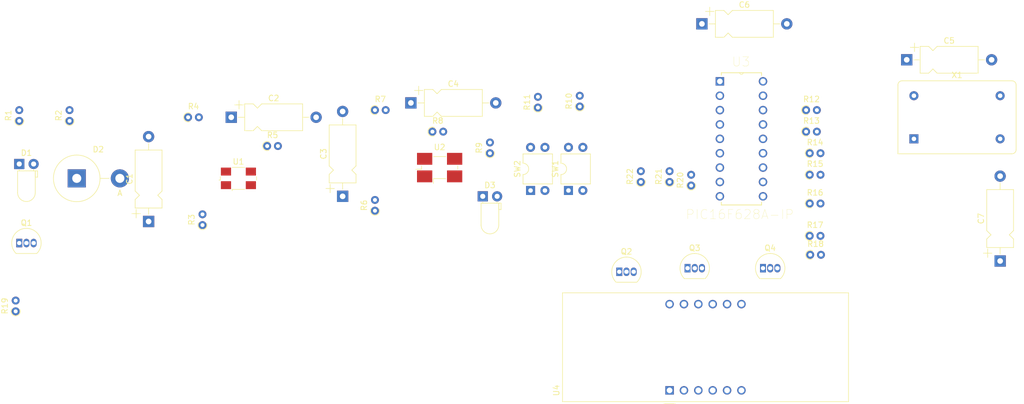
<source format=kicad_pcb>
(kicad_pcb (version 20171130) (host pcbnew "(5.1.7)-1")

  (general
    (thickness 1.6)
    (drawings 0)
    (tracks 0)
    (zones 0)
    (modules 43)
    (nets 45)
  )

  (page A4)
  (layers
    (0 F.Cu signal)
    (31 B.Cu signal)
    (32 B.Adhes user)
    (33 F.Adhes user)
    (34 B.Paste user)
    (35 F.Paste user)
    (36 B.SilkS user)
    (37 F.SilkS user)
    (38 B.Mask user)
    (39 F.Mask user)
    (40 Dwgs.User user)
    (41 Cmts.User user)
    (42 Eco1.User user)
    (43 Eco2.User user)
    (44 Edge.Cuts user)
    (45 Margin user)
    (46 B.CrtYd user)
    (47 F.CrtYd user)
    (48 B.Fab user)
    (49 F.Fab user)
  )

  (setup
    (last_trace_width 0.25)
    (trace_clearance 0.2)
    (zone_clearance 0.508)
    (zone_45_only no)
    (trace_min 0.2)
    (via_size 0.8)
    (via_drill 0.4)
    (via_min_size 0.4)
    (via_min_drill 0.3)
    (uvia_size 0.3)
    (uvia_drill 0.1)
    (uvias_allowed no)
    (uvia_min_size 0.2)
    (uvia_min_drill 0.1)
    (edge_width 0.05)
    (segment_width 0.2)
    (pcb_text_width 0.3)
    (pcb_text_size 1.5 1.5)
    (mod_edge_width 0.12)
    (mod_text_size 1 1)
    (mod_text_width 0.15)
    (pad_size 1.524 1.524)
    (pad_drill 0.762)
    (pad_to_mask_clearance 0)
    (aux_axis_origin 0 0)
    (visible_elements 7FFFF7FF)
    (pcbplotparams
      (layerselection 0x010fc_ffffffff)
      (usegerberextensions false)
      (usegerberattributes true)
      (usegerberadvancedattributes true)
      (creategerberjobfile true)
      (excludeedgelayer true)
      (linewidth 0.100000)
      (plotframeref false)
      (viasonmask false)
      (mode 1)
      (useauxorigin false)
      (hpglpennumber 1)
      (hpglpenspeed 20)
      (hpglpendiameter 15.000000)
      (psnegative false)
      (psa4output false)
      (plotreference true)
      (plotvalue true)
      (plotinvisibletext false)
      (padsonsilk false)
      (subtractmaskfromsilk false)
      (outputformat 1)
      (mirror false)
      (drillshape 1)
      (scaleselection 1)
      (outputdirectory ""))
  )

  (net 0 "")
  (net 1 "Net-(C1-Pad2)")
  (net 2 "Net-(C1-Pad1)")
  (net 3 "Net-(C2-Pad2)")
  (net 4 "Net-(C2-Pad1)")
  (net 5 "Net-(C3-Pad1)")
  (net 6 "Net-(C4-Pad2)")
  (net 7 "Net-(C4-Pad1)")
  (net 8 Earth)
  (net 9 "Net-(C5-Pad1)")
  (net 10 +5V)
  (net 11 "Net-(C6-Pad1)")
  (net 12 "Net-(C7-Pad1)")
  (net 13 "Net-(D1-Pad2)")
  (net 14 "Net-(D1-Pad1)")
  (net 15 "Net-(D2-Pad1)")
  (net 16 "Net-(D3-Pad2)")
  (net 17 "Net-(Q1-Pad2)")
  (net 18 "Net-(Q2-Pad1)")
  (net 19 "Net-(Q2-Pad2)")
  (net 20 "Net-(Q3-Pad3)")
  (net 21 "Net-(Q3-Pad2)")
  (net 22 "Net-(Q4-Pad1)")
  (net 23 "Net-(Q4-Pad2)")
  (net 24 "Net-(R10-Pad2)")
  (net 25 "Net-(R11-Pad2)")
  (net 26 "Net-(R12-Pad2)")
  (net 27 "Net-(R12-Pad1)")
  (net 28 "Net-(R13-Pad2)")
  (net 29 "Net-(R13-Pad1)")
  (net 30 "Net-(R14-Pad2)")
  (net 31 "Net-(R14-Pad1)")
  (net 32 "Net-(R15-Pad2)")
  (net 33 "Net-(R15-Pad1)")
  (net 34 "Net-(R16-Pad2)")
  (net 35 "Net-(R16-Pad1)")
  (net 36 "Net-(R17-Pad2)")
  (net 37 "Net-(R17-Pad1)")
  (net 38 "Net-(R18-Pad2)")
  (net 39 "Net-(R18-Pad1)")
  (net 40 "Net-(R19-Pad2)")
  (net 41 "Net-(R20-Pad2)")
  (net 42 "Net-(R21-Pad2)")
  (net 43 "Net-(R22-Pad2)")
  (net 44 "Net-(X1-Pad1)")

  (net_class Default "This is the default net class."
    (clearance 0.2)
    (trace_width 0.25)
    (via_dia 0.8)
    (via_drill 0.4)
    (uvia_dia 0.3)
    (uvia_drill 0.1)
    (add_net +5V)
    (add_net Earth)
    (add_net "Net-(C1-Pad1)")
    (add_net "Net-(C1-Pad2)")
    (add_net "Net-(C2-Pad1)")
    (add_net "Net-(C2-Pad2)")
    (add_net "Net-(C3-Pad1)")
    (add_net "Net-(C4-Pad1)")
    (add_net "Net-(C4-Pad2)")
    (add_net "Net-(C5-Pad1)")
    (add_net "Net-(C6-Pad1)")
    (add_net "Net-(C7-Pad1)")
    (add_net "Net-(D1-Pad1)")
    (add_net "Net-(D1-Pad2)")
    (add_net "Net-(D2-Pad1)")
    (add_net "Net-(D3-Pad2)")
    (add_net "Net-(Q1-Pad2)")
    (add_net "Net-(Q2-Pad1)")
    (add_net "Net-(Q2-Pad2)")
    (add_net "Net-(Q3-Pad2)")
    (add_net "Net-(Q3-Pad3)")
    (add_net "Net-(Q4-Pad1)")
    (add_net "Net-(Q4-Pad2)")
    (add_net "Net-(R10-Pad2)")
    (add_net "Net-(R11-Pad2)")
    (add_net "Net-(R12-Pad1)")
    (add_net "Net-(R12-Pad2)")
    (add_net "Net-(R13-Pad1)")
    (add_net "Net-(R13-Pad2)")
    (add_net "Net-(R14-Pad1)")
    (add_net "Net-(R14-Pad2)")
    (add_net "Net-(R15-Pad1)")
    (add_net "Net-(R15-Pad2)")
    (add_net "Net-(R16-Pad1)")
    (add_net "Net-(R16-Pad2)")
    (add_net "Net-(R17-Pad1)")
    (add_net "Net-(R17-Pad2)")
    (add_net "Net-(R18-Pad1)")
    (add_net "Net-(R18-Pad2)")
    (add_net "Net-(R19-Pad2)")
    (add_net "Net-(R20-Pad2)")
    (add_net "Net-(R21-Pad2)")
    (add_net "Net-(R22-Pad2)")
    (add_net "Net-(X1-Pad1)")
  )

  (module Oscillator:Oscillator_DIP-14 (layer F.Cu) (tedit 58CD3344) (tstamp 601F1FC4)
    (at 186.055 70.485)
    (descr "Oscillator, DIP14, http://cdn-reichelt.de/documents/datenblatt/B400/OSZI.pdf")
    (tags oscillator)
    (path /6037176E)
    (fp_text reference X1 (at 7.62 -11.26) (layer F.SilkS)
      (effects (font (size 1 1) (thickness 0.15)))
    )
    (fp_text value ACO-xxxMHz (at 7.62 3.74) (layer F.Fab)
      (effects (font (size 1 1) (thickness 0.15)))
    )
    (fp_line (start 18.22 2.79) (end 18.22 -10.41) (layer F.CrtYd) (width 0.05))
    (fp_line (start 18.22 -10.41) (end -2.98 -10.41) (layer F.CrtYd) (width 0.05))
    (fp_line (start -2.98 -10.41) (end -2.98 2.79) (layer F.CrtYd) (width 0.05))
    (fp_line (start -2.98 2.79) (end 18.22 2.79) (layer F.CrtYd) (width 0.05))
    (fp_line (start 16.97 1.19) (end 16.97 -8.81) (layer F.Fab) (width 0.1))
    (fp_line (start -1.38 -9.16) (end 16.62 -9.16) (layer F.Fab) (width 0.1))
    (fp_line (start -1.73 1.54) (end -1.73 -8.81) (layer F.Fab) (width 0.1))
    (fp_line (start -1.73 1.54) (end 16.62 1.54) (layer F.Fab) (width 0.1))
    (fp_line (start -2.83 -9.51) (end -2.83 2.64) (layer F.SilkS) (width 0.12))
    (fp_line (start 17.32 -10.26) (end -2.08 -10.26) (layer F.SilkS) (width 0.12))
    (fp_line (start 18.07 1.89) (end 18.07 -9.51) (layer F.SilkS) (width 0.12))
    (fp_line (start -2.83 2.64) (end 17.32 2.64) (layer F.SilkS) (width 0.12))
    (fp_line (start -2.73 2.54) (end 17.32 2.54) (layer F.Fab) (width 0.1))
    (fp_line (start 17.97 -9.51) (end 17.97 1.89) (layer F.Fab) (width 0.1))
    (fp_line (start -2.08 -10.16) (end 17.32 -10.16) (layer F.Fab) (width 0.1))
    (fp_line (start -2.73 2.54) (end -2.73 -9.51) (layer F.Fab) (width 0.1))
    (fp_arc (start -2.08 -9.51) (end -2.73 -9.51) (angle 90) (layer F.Fab) (width 0.1))
    (fp_arc (start 17.32 -9.51) (end 17.32 -10.16) (angle 90) (layer F.Fab) (width 0.1))
    (fp_arc (start 17.32 1.89) (end 17.97 1.89) (angle 90) (layer F.Fab) (width 0.1))
    (fp_arc (start -2.08 -9.51) (end -2.83 -9.51) (angle 90) (layer F.SilkS) (width 0.12))
    (fp_arc (start 17.32 -9.51) (end 17.32 -10.26) (angle 90) (layer F.SilkS) (width 0.12))
    (fp_arc (start 17.32 1.89) (end 18.07 1.89) (angle 90) (layer F.SilkS) (width 0.12))
    (fp_arc (start -1.38 -8.81) (end -1.73 -8.81) (angle 90) (layer F.Fab) (width 0.1))
    (fp_arc (start 16.62 -8.81) (end 16.62 -9.16) (angle 90) (layer F.Fab) (width 0.1))
    (fp_arc (start 16.62 1.19) (end 16.97 1.19) (angle 90) (layer F.Fab) (width 0.1))
    (fp_text user %R (at 7.62 -3.81) (layer F.Fab)
      (effects (font (size 1 1) (thickness 0.15)))
    )
    (pad 7 thru_hole circle (at 15.24 0) (size 1.6 1.6) (drill 0.8) (layers *.Cu *.Mask)
      (net 8 Earth))
    (pad 8 thru_hole circle (at 15.24 -7.62) (size 1.6 1.6) (drill 0.8) (layers *.Cu *.Mask)
      (net 12 "Net-(C7-Pad1)"))
    (pad 14 thru_hole circle (at 0 -7.62) (size 1.6 1.6) (drill 0.8) (layers *.Cu *.Mask)
      (net 9 "Net-(C5-Pad1)"))
    (pad 1 thru_hole rect (at 0 0) (size 1.6 1.6) (drill 0.8) (layers *.Cu *.Mask)
      (net 44 "Net-(X1-Pad1)"))
    (model ${KISYS3DMOD}/Oscillator.3dshapes/Oscillator_DIP-14.wrl
      (at (xyz 0 0 0))
      (scale (xyz 1 1 1))
      (rotate (xyz 0 0 0))
    )
  )

  (module Display_7Segment:CA56-12SRWA (layer F.Cu) (tedit 5A02FE84) (tstamp 601F1FA2)
    (at 142.875 114.935 90)
    (descr "4 digit 7 segment green LED, http://www.kingbrightusa.com/images/catalog/SPEC/CA56-12SRWA.pdf")
    (tags "4 digit 7 segment green LED")
    (path /6028CDFF)
    (fp_text reference U4 (at 0 -20 90) (layer F.SilkS)
      (effects (font (size 1 1) (thickness 0.15)))
    )
    (fp_text value CA56-12SRWA (at 3.2 32.8 90) (layer F.Fab)
      (effects (font (size 1 1) (thickness 0.15)))
    )
    (fp_line (start -2 -18.92) (end 17.24 -18.92) (layer F.SilkS) (width 0.12))
    (fp_line (start -2 -18.92) (end -2 31.62) (layer F.SilkS) (width 0.12))
    (fp_line (start -2 31.62) (end 17.24 31.62) (layer F.SilkS) (width 0.12))
    (fp_line (start 17.24 31.62) (end 17.24 -18.92) (layer F.SilkS) (width 0.12))
    (fp_line (start -1.88 1) (end -0.88 0) (layer F.Fab) (width 0.1))
    (fp_line (start -0.88 0) (end -1.88 -1) (layer F.Fab) (width 0.1))
    (fp_line (start -1.88 -1) (end -1.88 -18.8) (layer F.Fab) (width 0.1))
    (fp_line (start -2.13 -19.05) (end 17.37 -19.05) (layer F.CrtYd) (width 0.05))
    (fp_line (start 17.37 -19.05) (end 17.37 31.75) (layer F.CrtYd) (width 0.05))
    (fp_line (start 17.37 31.75) (end -2.13 31.75) (layer F.CrtYd) (width 0.05))
    (fp_line (start -2.13 31.75) (end -2.13 -19.05) (layer F.CrtYd) (width 0.05))
    (fp_line (start -2.38 -1) (end -2.38 1) (layer F.SilkS) (width 0.12))
    (fp_line (start -1.88 -18.8) (end 17.12 -18.8) (layer F.Fab) (width 0.1))
    (fp_line (start 17.12 -18.8) (end 17.12 31.5) (layer F.Fab) (width 0.1))
    (fp_line (start -1.88 31.5) (end 17.12 31.5) (layer F.Fab) (width 0.1))
    (fp_line (start -1.88 1) (end -1.88 31.5) (layer F.Fab) (width 0.1))
    (fp_text user %R (at 8.128 6.604 90) (layer F.Fab)
      (effects (font (size 1 1) (thickness 0.15)))
    )
    (pad 12 thru_hole circle (at 15.24 0 90) (size 1.5 1.5) (drill 1) (layers *.Cu *.Mask)
      (net 22 "Net-(Q4-Pad1)"))
    (pad 11 thru_hole circle (at 15.24 2.54 90) (size 1.5 1.5) (drill 1) (layers *.Cu *.Mask)
      (net 27 "Net-(R12-Pad1)"))
    (pad 10 thru_hole circle (at 15.24 5.08 90) (size 1.5 1.5) (drill 1) (layers *.Cu *.Mask)
      (net 37 "Net-(R17-Pad1)"))
    (pad 9 thru_hole circle (at 15.24 7.62 90) (size 1.5 1.5) (drill 1) (layers *.Cu *.Mask)
      (net 20 "Net-(Q3-Pad3)"))
    (pad 8 thru_hole circle (at 15.24 10.16 90) (size 1.5 1.5) (drill 1) (layers *.Cu *.Mask)
      (net 18 "Net-(Q2-Pad1)"))
    (pad 7 thru_hole circle (at 15.24 12.7 90) (size 1.5 1.5) (drill 1) (layers *.Cu *.Mask)
      (net 29 "Net-(R13-Pad1)"))
    (pad 6 thru_hole circle (at 0 12.7 90) (size 1.5 1.5) (drill 1) (layers *.Cu *.Mask)
      (net 8 Earth))
    (pad 5 thru_hole circle (at 0 10.16 90) (size 1.5 1.5) (drill 1) (layers *.Cu *.Mask)
      (net 39 "Net-(R18-Pad1)"))
    (pad 4 thru_hole circle (at 0 7.62 90) (size 1.5 1.5) (drill 1) (layers *.Cu *.Mask)
      (net 31 "Net-(R14-Pad1)"))
    (pad 3 thru_hole circle (at 0 5.08 90) (size 1.5 1.5) (drill 1) (layers *.Cu *.Mask)
      (net 8 Earth))
    (pad 2 thru_hole circle (at 0 2.54 90) (size 1.5 1.5) (drill 1) (layers *.Cu *.Mask)
      (net 33 "Net-(R15-Pad1)"))
    (pad 1 thru_hole rect (at 0 0 90) (size 1.5 1.5) (drill 1) (layers *.Cu *.Mask)
      (net 35 "Net-(R16-Pad1)"))
    (model ${KISYS3DMOD}/Display_7Segment.3dshapes/CA56-12SRWA.wrl
      (at (xyz 0 0 0))
      (scale (xyz 1 1 1))
      (rotate (xyz 0 0 0))
    )
  )

  (module PIC16F628A-I_P:DIP254P762X533-18 (layer F.Cu) (tedit 0) (tstamp 601F1F81)
    (at 159.385 80.645)
    (path /60237374)
    (fp_text reference U3 (at -3.88726 -23.7809) (layer F.SilkS)
      (effects (font (size 1.64045 1.64045) (thickness 0.05)))
    )
    (fp_text value PIC16F628A-IP (at -4.09728 3.20657) (layer F.SilkS)
      (effects (font (size 1.64317 1.64317) (thickness 0.05)))
    )
    (fp_line (start -7.366 -21.844) (end -7.366 1.524) (layer Eco2.User) (width 0.1524))
    (fp_line (start -4.1148 -21.844) (end -7.366 -21.844) (layer Eco2.User) (width 0.1524))
    (fp_line (start -3.5052 -21.844) (end -4.1148 -21.844) (layer Eco2.User) (width 0.1524))
    (fp_line (start -0.254 -21.844) (end -3.5052 -21.844) (layer Eco2.User) (width 0.1524))
    (fp_line (start -0.254 1.524) (end -0.254 -21.844) (layer Eco2.User) (width 0.1524))
    (fp_line (start -7.366 1.524) (end -0.254 1.524) (layer Eco2.User) (width 0.1524))
    (fp_line (start 0.4826 -20.828) (end -0.254 -20.828) (layer Eco2.User) (width 0.1524))
    (fp_line (start 0.4826 -19.812) (end 0.4826 -20.828) (layer Eco2.User) (width 0.1524))
    (fp_line (start -0.254 -19.812) (end 0.4826 -19.812) (layer Eco2.User) (width 0.1524))
    (fp_line (start -0.254 -20.828) (end -0.254 -19.812) (layer Eco2.User) (width 0.1524))
    (fp_line (start 0.4826 -18.288) (end -0.254 -18.288) (layer Eco2.User) (width 0.1524))
    (fp_line (start 0.4826 -17.272) (end 0.4826 -18.288) (layer Eco2.User) (width 0.1524))
    (fp_line (start -0.254 -17.272) (end 0.4826 -17.272) (layer Eco2.User) (width 0.1524))
    (fp_line (start -0.254 -18.288) (end -0.254 -17.272) (layer Eco2.User) (width 0.1524))
    (fp_line (start 0.4826 -15.748) (end -0.254 -15.748) (layer Eco2.User) (width 0.1524))
    (fp_line (start 0.4826 -14.732) (end 0.4826 -15.748) (layer Eco2.User) (width 0.1524))
    (fp_line (start -0.254 -14.732) (end 0.4826 -14.732) (layer Eco2.User) (width 0.1524))
    (fp_line (start -0.254 -15.748) (end -0.254 -14.732) (layer Eco2.User) (width 0.1524))
    (fp_line (start 0.4826 -13.208) (end -0.254 -13.208) (layer Eco2.User) (width 0.1524))
    (fp_line (start 0.4826 -12.192) (end 0.4826 -13.208) (layer Eco2.User) (width 0.1524))
    (fp_line (start -0.254 -12.192) (end 0.4826 -12.192) (layer Eco2.User) (width 0.1524))
    (fp_line (start -0.254 -13.208) (end -0.254 -12.192) (layer Eco2.User) (width 0.1524))
    (fp_line (start 0.4826 -10.668) (end -0.254 -10.668) (layer Eco2.User) (width 0.1524))
    (fp_line (start 0.4826 -9.652) (end 0.4826 -10.668) (layer Eco2.User) (width 0.1524))
    (fp_line (start -0.254 -9.652) (end 0.4826 -9.652) (layer Eco2.User) (width 0.1524))
    (fp_line (start -0.254 -10.668) (end -0.254 -9.652) (layer Eco2.User) (width 0.1524))
    (fp_line (start 0.4826 -8.128) (end -0.254 -8.128) (layer Eco2.User) (width 0.1524))
    (fp_line (start 0.4826 -7.112) (end 0.4826 -8.128) (layer Eco2.User) (width 0.1524))
    (fp_line (start -0.254 -7.112) (end 0.4826 -7.112) (layer Eco2.User) (width 0.1524))
    (fp_line (start -0.254 -8.128) (end -0.254 -7.112) (layer Eco2.User) (width 0.1524))
    (fp_line (start 0.4826 -5.588) (end -0.254 -5.588) (layer Eco2.User) (width 0.1524))
    (fp_line (start 0.4826 -4.572) (end 0.4826 -5.588) (layer Eco2.User) (width 0.1524))
    (fp_line (start -0.254 -4.572) (end 0.4826 -4.572) (layer Eco2.User) (width 0.1524))
    (fp_line (start -0.254 -5.588) (end -0.254 -4.572) (layer Eco2.User) (width 0.1524))
    (fp_line (start 0.4826 -3.048) (end -0.254 -3.048) (layer Eco2.User) (width 0.1524))
    (fp_line (start 0.508 -2.0574) (end 0.4826 -3.048) (layer Eco2.User) (width 0.1524))
    (fp_line (start -0.254 -2.032) (end 0.508 -2.0574) (layer Eco2.User) (width 0.1524))
    (fp_line (start -0.254 -3.048) (end -0.254 -2.032) (layer Eco2.User) (width 0.1524))
    (fp_line (start 0.508 -0.508) (end -0.254 -0.508) (layer Eco2.User) (width 0.1524))
    (fp_line (start 0.508 0.4826) (end 0.508 -0.508) (layer Eco2.User) (width 0.1524))
    (fp_line (start -0.254 0.508) (end 0.508 0.4826) (layer Eco2.User) (width 0.1524))
    (fp_line (start -0.254 -0.508) (end -0.254 0.508) (layer Eco2.User) (width 0.1524))
    (fp_line (start -8.1026 0.508) (end -7.366 0.508) (layer Eco2.User) (width 0.1524))
    (fp_line (start -8.128 -0.4826) (end -8.1026 0.508) (layer Eco2.User) (width 0.1524))
    (fp_line (start -7.366 -0.508) (end -8.128 -0.4826) (layer Eco2.User) (width 0.1524))
    (fp_line (start -7.366 0.508) (end -7.366 -0.508) (layer Eco2.User) (width 0.1524))
    (fp_line (start -8.128 -2.032) (end -7.366 -2.032) (layer Eco2.User) (width 0.1524))
    (fp_line (start -8.128 -3.048) (end -8.128 -2.032) (layer Eco2.User) (width 0.1524))
    (fp_line (start -7.366 -3.048) (end -8.128 -3.048) (layer Eco2.User) (width 0.1524))
    (fp_line (start -7.366 -2.032) (end -7.366 -3.048) (layer Eco2.User) (width 0.1524))
    (fp_line (start -8.128 -4.572) (end -7.366 -4.572) (layer Eco2.User) (width 0.1524))
    (fp_line (start -8.128 -5.588) (end -8.128 -4.572) (layer Eco2.User) (width 0.1524))
    (fp_line (start -7.366 -5.588) (end -8.128 -5.588) (layer Eco2.User) (width 0.1524))
    (fp_line (start -7.366 -4.572) (end -7.366 -5.588) (layer Eco2.User) (width 0.1524))
    (fp_line (start -8.128 -7.112) (end -7.366 -7.112) (layer Eco2.User) (width 0.1524))
    (fp_line (start -8.128 -8.128) (end -8.128 -7.112) (layer Eco2.User) (width 0.1524))
    (fp_line (start -7.366 -8.128) (end -8.128 -8.128) (layer Eco2.User) (width 0.1524))
    (fp_line (start -7.366 -7.112) (end -7.366 -8.128) (layer Eco2.User) (width 0.1524))
    (fp_line (start -8.128 -9.652) (end -7.366 -9.652) (layer Eco2.User) (width 0.1524))
    (fp_line (start -8.128 -10.668) (end -8.128 -9.652) (layer Eco2.User) (width 0.1524))
    (fp_line (start -7.366 -10.668) (end -8.128 -10.668) (layer Eco2.User) (width 0.1524))
    (fp_line (start -7.366 -9.652) (end -7.366 -10.668) (layer Eco2.User) (width 0.1524))
    (fp_line (start -8.128 -12.192) (end -7.366 -12.192) (layer Eco2.User) (width 0.1524))
    (fp_line (start -8.128 -13.208) (end -8.128 -12.192) (layer Eco2.User) (width 0.1524))
    (fp_line (start -7.366 -13.208) (end -8.128 -13.208) (layer Eco2.User) (width 0.1524))
    (fp_line (start -7.366 -12.192) (end -7.366 -13.208) (layer Eco2.User) (width 0.1524))
    (fp_line (start -8.128 -14.732) (end -7.366 -14.732) (layer Eco2.User) (width 0.1524))
    (fp_line (start -8.128 -15.748) (end -8.128 -14.732) (layer Eco2.User) (width 0.1524))
    (fp_line (start -7.366 -15.748) (end -8.128 -15.748) (layer Eco2.User) (width 0.1524))
    (fp_line (start -7.366 -14.732) (end -7.366 -15.748) (layer Eco2.User) (width 0.1524))
    (fp_line (start -8.128 -17.272) (end -7.366 -17.272) (layer Eco2.User) (width 0.1524))
    (fp_line (start -8.128 -18.288) (end -8.128 -17.272) (layer Eco2.User) (width 0.1524))
    (fp_line (start -7.366 -18.288) (end -8.128 -18.288) (layer Eco2.User) (width 0.1524))
    (fp_line (start -7.366 -17.272) (end -7.366 -18.288) (layer Eco2.User) (width 0.1524))
    (fp_line (start -8.128 -19.812) (end -7.366 -19.812) (layer Eco2.User) (width 0.1524))
    (fp_line (start -8.128 -20.828) (end -8.128 -19.812) (layer Eco2.User) (width 0.1524))
    (fp_line (start -7.366 -20.828) (end -8.128 -20.828) (layer Eco2.User) (width 0.1524))
    (fp_line (start -7.366 -19.812) (end -7.366 -20.828) (layer Eco2.User) (width 0.1524))
    (fp_line (start -7.366 1.0414) (end -7.366 1.524) (layer F.SilkS) (width 0.1524))
    (fp_line (start -7.366 -21.844) (end -7.366 -21.4122) (layer F.SilkS) (width 0.1524))
    (fp_line (start -4.1148 -21.844) (end -7.366 -21.844) (layer F.SilkS) (width 0.1524))
    (fp_line (start -3.5052 -21.844) (end -4.1148 -21.844) (layer F.SilkS) (width 0.1524))
    (fp_line (start -0.254 -21.844) (end -3.5052 -21.844) (layer F.SilkS) (width 0.1524))
    (fp_line (start -0.254 1.524) (end -0.254 1.0414) (layer F.SilkS) (width 0.1524))
    (fp_line (start -7.366 1.524) (end -0.254 1.524) (layer F.SilkS) (width 0.1524))
    (fp_line (start -0.254 -21.3614) (end -0.254 -21.844) (layer F.SilkS) (width 0.1524))
    (fp_arc (start -3.81 -21.844) (end -4.1148 -21.844) (angle -180) (layer Eco2.User) (width 0.1))
    (fp_arc (start -3.81 -21.844) (end -4.1148 -21.844) (angle -180) (layer F.SilkS) (width 0.1))
    (pad 18 thru_hole circle (at 0 -20.32) (size 1.4986 1.4986) (drill 0.9906) (layers *.Cu *.Mask)
      (net 42 "Net-(R21-Pad2)"))
    (pad 17 thru_hole circle (at 0 -17.78) (size 1.4986 1.4986) (drill 0.9906) (layers *.Cu *.Mask)
      (net 43 "Net-(R22-Pad2)"))
    (pad 16 thru_hole circle (at 0 -15.24) (size 1.4986 1.4986) (drill 0.9906) (layers *.Cu *.Mask)
      (net 12 "Net-(C7-Pad1)"))
    (pad 15 thru_hole circle (at 0 -12.7) (size 1.4986 1.4986) (drill 0.9906) (layers *.Cu *.Mask)
      (net 9 "Net-(C5-Pad1)"))
    (pad 14 thru_hole circle (at 0 -10.16) (size 1.4986 1.4986) (drill 0.9906) (layers *.Cu *.Mask)
      (net 10 +5V))
    (pad 13 thru_hole circle (at 0 -7.62) (size 1.4986 1.4986) (drill 0.9906) (layers *.Cu *.Mask)
      (net 24 "Net-(R10-Pad2)"))
    (pad 12 thru_hole circle (at 0 -5.08) (size 1.4986 1.4986) (drill 0.9906) (layers *.Cu *.Mask)
      (net 38 "Net-(R18-Pad2)"))
    (pad 11 thru_hole circle (at 0 -2.54) (size 1.4986 1.4986) (drill 0.9906) (layers *.Cu *.Mask)
      (net 36 "Net-(R17-Pad2)"))
    (pad 10 thru_hole circle (at 0 0) (size 1.4986 1.4986) (drill 0.9906) (layers *.Cu *.Mask)
      (net 34 "Net-(R16-Pad2)"))
    (pad 9 thru_hole circle (at -7.62 0) (size 1.4986 1.4986) (drill 0.9906) (layers *.Cu *.Mask)
      (net 32 "Net-(R15-Pad2)"))
    (pad 8 thru_hole circle (at -7.62 -2.54) (size 1.4986 1.4986) (drill 0.9906) (layers *.Cu *.Mask)
      (net 30 "Net-(R14-Pad2)"))
    (pad 7 thru_hole circle (at -7.62 -5.08) (size 1.4986 1.4986) (drill 0.9906) (layers *.Cu *.Mask)
      (net 28 "Net-(R13-Pad2)"))
    (pad 6 thru_hole circle (at -7.62 -7.62) (size 1.4986 1.4986) (drill 0.9906) (layers *.Cu *.Mask)
      (net 26 "Net-(R12-Pad2)"))
    (pad 5 thru_hole circle (at -7.62 -10.16) (size 1.4986 1.4986) (drill 0.9906) (layers *.Cu *.Mask)
      (net 11 "Net-(C6-Pad1)"))
    (pad 4 thru_hole circle (at -7.62 -12.7) (size 1.4986 1.4986) (drill 0.9906) (layers *.Cu *.Mask)
      (net 25 "Net-(R11-Pad2)"))
    (pad 3 thru_hole circle (at -7.62 -15.24) (size 1.4986 1.4986) (drill 0.9906) (layers *.Cu *.Mask)
      (net 40 "Net-(R19-Pad2)"))
    (pad 2 thru_hole circle (at -7.62 -17.78) (size 1.4986 1.4986) (drill 0.9906) (layers *.Cu *.Mask)
      (net 15 "Net-(D2-Pad1)"))
    (pad 1 thru_hole rect (at -7.62 -20.32) (size 1.4986 1.4986) (drill 0.9906) (layers *.Cu *.Mask)
      (net 41 "Net-(R20-Pad2)"))
    (model C:/Users/HARSH/Downloads/SS.STEP
      (offset (xyz -4 10.5 0))
      (scale (xyz 0.9 1.3 3.3))
      (rotate (xyz -90 0 0))
    )
  )

  (module Crystal:Crystal_SMD_0603-4Pin_6.0x3.5mm_HandSoldering (layer F.Cu) (tedit 5A0FD1B2) (tstamp 601F1F13)
    (at 102.235 75.565)
    (descr "SMD Crystal SERIES SMD0603/4 http://www.petermann-technik.de/fileadmin/petermann/pdf/SMD0603-4.pdf, hand-soldering, 6.0x3.5mm^2 package")
    (tags "SMD SMT crystal hand-soldering")
    (path /601FAA58)
    (attr smd)
    (fp_text reference U2 (at 0 -3.6) (layer F.SilkS)
      (effects (font (size 1 1) (thickness 0.15)))
    )
    (fp_text value MCP602 (at 0 3.6) (layer F.Fab)
      (effects (font (size 1 1) (thickness 0.15)))
    )
    (fp_line (start -2.9 -1.75) (end 2.9 -1.75) (layer F.Fab) (width 0.1))
    (fp_line (start 2.9 -1.75) (end 3 -1.65) (layer F.Fab) (width 0.1))
    (fp_line (start 3 -1.65) (end 3 1.65) (layer F.Fab) (width 0.1))
    (fp_line (start 3 1.65) (end 2.9 1.75) (layer F.Fab) (width 0.1))
    (fp_line (start 2.9 1.75) (end -2.9 1.75) (layer F.Fab) (width 0.1))
    (fp_line (start -2.9 1.75) (end -3 1.65) (layer F.Fab) (width 0.1))
    (fp_line (start -3 1.65) (end -3 -1.65) (layer F.Fab) (width 0.1))
    (fp_line (start -3 -1.65) (end -2.9 -1.75) (layer F.Fab) (width 0.1))
    (fp_line (start -3 0.75) (end -2 1.75) (layer F.Fab) (width 0.1))
    (fp_line (start -4.2 0.3) (end -3.2 0.3) (layer F.SilkS) (width 0.12))
    (fp_line (start -3.2 0.3) (end -3.2 -0.3) (layer F.SilkS) (width 0.12))
    (fp_line (start 3.2 -0.3) (end 3.2 0.3) (layer F.SilkS) (width 0.12))
    (fp_line (start -1.1 -1.95) (end 1.1 -1.95) (layer F.SilkS) (width 0.12))
    (fp_line (start 1.1 1.95) (end -1.1 1.95) (layer F.SilkS) (width 0.12))
    (fp_line (start -1.1 1.95) (end -1.1 2.8) (layer F.SilkS) (width 0.12))
    (fp_line (start -4.3 -2.9) (end -4.3 2.9) (layer F.CrtYd) (width 0.05))
    (fp_line (start -4.3 2.9) (end 4.3 2.9) (layer F.CrtYd) (width 0.05))
    (fp_line (start 4.3 2.9) (end 4.3 -2.9) (layer F.CrtYd) (width 0.05))
    (fp_line (start 4.3 -2.9) (end -4.3 -2.9) (layer F.CrtYd) (width 0.05))
    (fp_circle (center 0 0) (end 0.4 0) (layer F.Adhes) (width 0.1))
    (fp_circle (center 0 0) (end 0.333333 0) (layer F.Adhes) (width 0.133333))
    (fp_circle (center 0 0) (end 0.213333 0) (layer F.Adhes) (width 0.133333))
    (fp_circle (center 0 0) (end 0.093333 0) (layer F.Adhes) (width 0.186667))
    (fp_text user %R (at 0 0) (layer F.Fab)
      (effects (font (size 1 1) (thickness 0.15)))
    )
    (pad 4 smd rect (at -2.65 -1.55) (size 2.7 2.1) (layers F.Cu F.Paste F.Mask))
    (pad 3 smd rect (at 2.65 -1.55) (size 2.7 2.1) (layers F.Cu F.Paste F.Mask)
      (net 5 "Net-(C3-Pad1)"))
    (pad 2 smd rect (at 2.65 1.55) (size 2.7 2.1) (layers F.Cu F.Paste F.Mask)
      (net 6 "Net-(C4-Pad2)"))
    (pad 1 smd rect (at -2.65 1.55) (size 2.7 2.1) (layers F.Cu F.Paste F.Mask)
      (net 7 "Net-(C4-Pad1)"))
    (model ${KISYS3DMOD}/Crystal.3dshapes/Crystal_SMD_0603-4Pin_6.0x3.5mm_HandSoldering.wrl
      (at (xyz 0 0 0))
      (scale (xyz 1 1 1))
      (rotate (xyz 0 0 0))
    )
  )

  (module Crystal:Crystal_SMD_0603-4Pin_6.0x3.5mm (layer F.Cu) (tedit 5A0FD1B2) (tstamp 601F1EF3)
    (at 66.675 77.47)
    (descr "SMD Crystal SERIES SMD0603/4 http://www.petermann-technik.de/fileadmin/petermann/pdf/SMD0603-4.pdf, 6.0x3.5mm^2 package")
    (tags "SMD SMT crystal")
    (path /601D652B)
    (attr smd)
    (fp_text reference U1 (at 0 -2.95) (layer F.SilkS)
      (effects (font (size 1 1) (thickness 0.15)))
    )
    (fp_text value MCP602 (at 0 2.95) (layer F.Fab)
      (effects (font (size 1 1) (thickness 0.15)))
    )
    (fp_line (start -2.9 -1.75) (end 2.9 -1.75) (layer F.Fab) (width 0.1))
    (fp_line (start 2.9 -1.75) (end 3 -1.65) (layer F.Fab) (width 0.1))
    (fp_line (start 3 -1.65) (end 3 1.65) (layer F.Fab) (width 0.1))
    (fp_line (start 3 1.65) (end 2.9 1.75) (layer F.Fab) (width 0.1))
    (fp_line (start 2.9 1.75) (end -2.9 1.75) (layer F.Fab) (width 0.1))
    (fp_line (start -2.9 1.75) (end -3 1.65) (layer F.Fab) (width 0.1))
    (fp_line (start -3 1.65) (end -3 -1.65) (layer F.Fab) (width 0.1))
    (fp_line (start -3 -1.65) (end -2.9 -1.75) (layer F.Fab) (width 0.1))
    (fp_line (start -3 0.75) (end -2 1.75) (layer F.Fab) (width 0.1))
    (fp_line (start -3.44 0.3) (end -3.2 0.3) (layer F.SilkS) (width 0.12))
    (fp_line (start -3.2 0.3) (end -3.2 -0.3) (layer F.SilkS) (width 0.12))
    (fp_line (start 3.2 -0.3) (end 3.2 0.3) (layer F.SilkS) (width 0.12))
    (fp_line (start -1.1 -1.95) (end 1.1 -1.95) (layer F.SilkS) (width 0.12))
    (fp_line (start 1.1 1.95) (end -1.1 1.95) (layer F.SilkS) (width 0.12))
    (fp_line (start -1.1 1.95) (end -1.1 2.19) (layer F.SilkS) (width 0.12))
    (fp_line (start -3.4 -2.2) (end -3.4 2.2) (layer F.CrtYd) (width 0.05))
    (fp_line (start -3.4 2.2) (end 3.4 2.2) (layer F.CrtYd) (width 0.05))
    (fp_line (start 3.4 2.2) (end 3.4 -2.2) (layer F.CrtYd) (width 0.05))
    (fp_line (start 3.4 -2.2) (end -3.4 -2.2) (layer F.CrtYd) (width 0.05))
    (fp_circle (center 0 0) (end 0.4 0) (layer F.Adhes) (width 0.1))
    (fp_circle (center 0 0) (end 0.333333 0) (layer F.Adhes) (width 0.133333))
    (fp_circle (center 0 0) (end 0.213333 0) (layer F.Adhes) (width 0.133333))
    (fp_circle (center 0 0) (end 0.093333 0) (layer F.Adhes) (width 0.186667))
    (fp_text user %R (at 0 0) (layer F.Fab)
      (effects (font (size 1 1) (thickness 0.15)))
    )
    (pad 4 smd rect (at -2.2 -1.2) (size 1.8 1.4) (layers F.Cu F.Paste F.Mask))
    (pad 3 smd rect (at 2.2 -1.2) (size 1.8 1.4) (layers F.Cu F.Paste F.Mask)
      (net 2 "Net-(C1-Pad1)"))
    (pad 2 smd rect (at 2.2 1.2) (size 1.8 1.4) (layers F.Cu F.Paste F.Mask)
      (net 3 "Net-(C2-Pad2)"))
    (pad 1 smd rect (at -2.2 1.2) (size 1.8 1.4) (layers F.Cu F.Paste F.Mask)
      (net 4 "Net-(C2-Pad1)"))
    (model ${KISYS3DMOD}/Crystal.3dshapes/Crystal_SMD_0603-4Pin_6.0x3.5mm.wrl
      (at (xyz 0 0 0))
      (scale (xyz 1 1 1))
      (rotate (xyz 0 0 0))
    )
  )

  (module Package_DIP:DIP-4_W7.62mm (layer F.Cu) (tedit 5A02E8C5) (tstamp 601F1ED3)
    (at 118.305 79.61 90)
    (descr "4-lead though-hole mounted DIP package, row spacing 7.62 mm (300 mils)")
    (tags "THT DIP DIL PDIP 2.54mm 7.62mm 300mil")
    (path /602626A7)
    (fp_text reference SW2 (at 3.81 -2.33 90) (layer F.SilkS)
      (effects (font (size 1 1) (thickness 0.15)))
    )
    (fp_text value SW_DIP_x01 (at 3.81 4.87 90) (layer F.Fab)
      (effects (font (size 1 1) (thickness 0.15)))
    )
    (fp_line (start 1.635 -1.27) (end 6.985 -1.27) (layer F.Fab) (width 0.1))
    (fp_line (start 6.985 -1.27) (end 6.985 3.81) (layer F.Fab) (width 0.1))
    (fp_line (start 6.985 3.81) (end 0.635 3.81) (layer F.Fab) (width 0.1))
    (fp_line (start 0.635 3.81) (end 0.635 -0.27) (layer F.Fab) (width 0.1))
    (fp_line (start 0.635 -0.27) (end 1.635 -1.27) (layer F.Fab) (width 0.1))
    (fp_line (start 2.81 -1.33) (end 1.16 -1.33) (layer F.SilkS) (width 0.12))
    (fp_line (start 1.16 -1.33) (end 1.16 3.87) (layer F.SilkS) (width 0.12))
    (fp_line (start 1.16 3.87) (end 6.46 3.87) (layer F.SilkS) (width 0.12))
    (fp_line (start 6.46 3.87) (end 6.46 -1.33) (layer F.SilkS) (width 0.12))
    (fp_line (start 6.46 -1.33) (end 4.81 -1.33) (layer F.SilkS) (width 0.12))
    (fp_line (start -1.1 -1.55) (end -1.1 4.1) (layer F.CrtYd) (width 0.05))
    (fp_line (start -1.1 4.1) (end 8.7 4.1) (layer F.CrtYd) (width 0.05))
    (fp_line (start 8.7 4.1) (end 8.7 -1.55) (layer F.CrtYd) (width 0.05))
    (fp_line (start 8.7 -1.55) (end -1.1 -1.55) (layer F.CrtYd) (width 0.05))
    (fp_text user %R (at 3.81 1.27 90) (layer F.Fab)
      (effects (font (size 1 1) (thickness 0.15)))
    )
    (fp_arc (start 3.81 -1.33) (end 2.81 -1.33) (angle -180) (layer F.SilkS) (width 0.12))
    (pad 4 thru_hole oval (at 7.62 0 90) (size 1.6 1.6) (drill 0.8) (layers *.Cu *.Mask))
    (pad 2 thru_hole oval (at 0 2.54 90) (size 1.6 1.6) (drill 0.8) (layers *.Cu *.Mask)
      (net 25 "Net-(R11-Pad2)"))
    (pad 3 thru_hole oval (at 7.62 2.54 90) (size 1.6 1.6) (drill 0.8) (layers *.Cu *.Mask))
    (pad 1 thru_hole rect (at 0 0 90) (size 1.6 1.6) (drill 0.8) (layers *.Cu *.Mask)
      (net 8 Earth))
    (model ${KISYS3DMOD}/Package_DIP.3dshapes/DIP-4_W7.62mm.wrl
      (at (xyz 0 0 0))
      (scale (xyz 1 1 1))
      (rotate (xyz 0 0 0))
    )
  )

  (module Package_DIP:DIP-4_W7.62mm (layer F.Cu) (tedit 5A02E8C5) (tstamp 601F1EBB)
    (at 125.005 79.61 90)
    (descr "4-lead though-hole mounted DIP package, row spacing 7.62 mm (300 mils)")
    (tags "THT DIP DIL PDIP 2.54mm 7.62mm 300mil")
    (path /6026051C)
    (fp_text reference SW1 (at 3.81 -2.33 90) (layer F.SilkS)
      (effects (font (size 1 1) (thickness 0.15)))
    )
    (fp_text value SW_DIP_x01 (at 3.81 4.87 90) (layer F.Fab)
      (effects (font (size 1 1) (thickness 0.15)))
    )
    (fp_line (start 1.635 -1.27) (end 6.985 -1.27) (layer F.Fab) (width 0.1))
    (fp_line (start 6.985 -1.27) (end 6.985 3.81) (layer F.Fab) (width 0.1))
    (fp_line (start 6.985 3.81) (end 0.635 3.81) (layer F.Fab) (width 0.1))
    (fp_line (start 0.635 3.81) (end 0.635 -0.27) (layer F.Fab) (width 0.1))
    (fp_line (start 0.635 -0.27) (end 1.635 -1.27) (layer F.Fab) (width 0.1))
    (fp_line (start 2.81 -1.33) (end 1.16 -1.33) (layer F.SilkS) (width 0.12))
    (fp_line (start 1.16 -1.33) (end 1.16 3.87) (layer F.SilkS) (width 0.12))
    (fp_line (start 1.16 3.87) (end 6.46 3.87) (layer F.SilkS) (width 0.12))
    (fp_line (start 6.46 3.87) (end 6.46 -1.33) (layer F.SilkS) (width 0.12))
    (fp_line (start 6.46 -1.33) (end 4.81 -1.33) (layer F.SilkS) (width 0.12))
    (fp_line (start -1.1 -1.55) (end -1.1 4.1) (layer F.CrtYd) (width 0.05))
    (fp_line (start -1.1 4.1) (end 8.7 4.1) (layer F.CrtYd) (width 0.05))
    (fp_line (start 8.7 4.1) (end 8.7 -1.55) (layer F.CrtYd) (width 0.05))
    (fp_line (start 8.7 -1.55) (end -1.1 -1.55) (layer F.CrtYd) (width 0.05))
    (fp_text user %R (at 3.81 1.27 90) (layer F.Fab)
      (effects (font (size 1 1) (thickness 0.15)))
    )
    (fp_arc (start 3.81 -1.33) (end 2.81 -1.33) (angle -180) (layer F.SilkS) (width 0.12))
    (pad 4 thru_hole oval (at 7.62 0 90) (size 1.6 1.6) (drill 0.8) (layers *.Cu *.Mask))
    (pad 2 thru_hole oval (at 0 2.54 90) (size 1.6 1.6) (drill 0.8) (layers *.Cu *.Mask)
      (net 24 "Net-(R10-Pad2)"))
    (pad 3 thru_hole oval (at 7.62 2.54 90) (size 1.6 1.6) (drill 0.8) (layers *.Cu *.Mask))
    (pad 1 thru_hole rect (at 0 0 90) (size 1.6 1.6) (drill 0.8) (layers *.Cu *.Mask)
      (net 8 Earth))
    (model ${KISYS3DMOD}/Package_DIP.3dshapes/DIP-4_W7.62mm.wrl
      (at (xyz 0 0 0))
      (scale (xyz 1 1 1))
      (rotate (xyz 0 0 0))
    )
  )

  (module Resistor_THT:R_Axial_DIN0204_L3.6mm_D1.6mm_P1.90mm_Vertical (layer F.Cu) (tedit 5AE5139B) (tstamp 601F1EA3)
    (at 137.795 78.105 90)
    (descr "Resistor, Axial_DIN0204 series, Axial, Vertical, pin pitch=1.9mm, 0.167W, length*diameter=3.6*1.6mm^2, http://cdn-reichelt.de/documents/datenblatt/B400/1_4W%23YAG.pdf")
    (tags "Resistor Axial_DIN0204 series Axial Vertical pin pitch 1.9mm 0.167W length 3.6mm diameter 1.6mm")
    (path /60544E87)
    (fp_text reference R22 (at 0.95 -1.92 90) (layer F.SilkS)
      (effects (font (size 1 1) (thickness 0.15)))
    )
    (fp_text value 1k (at 0.95 1.92 90) (layer F.Fab)
      (effects (font (size 1 1) (thickness 0.15)))
    )
    (fp_circle (center 0 0) (end 0.8 0) (layer F.Fab) (width 0.1))
    (fp_line (start 0 0) (end 1.9 0) (layer F.Fab) (width 0.1))
    (fp_line (start -1.05 -1.05) (end -1.05 1.05) (layer F.CrtYd) (width 0.05))
    (fp_line (start -1.05 1.05) (end 2.86 1.05) (layer F.CrtYd) (width 0.05))
    (fp_line (start 2.86 1.05) (end 2.86 -1.05) (layer F.CrtYd) (width 0.05))
    (fp_line (start 2.86 -1.05) (end -1.05 -1.05) (layer F.CrtYd) (width 0.05))
    (fp_text user %R (at 0.95 -1.92 90) (layer F.Fab)
      (effects (font (size 1 1) (thickness 0.15)))
    )
    (fp_arc (start 0 0) (end 0.417133 -0.7) (angle -233.92106) (layer F.SilkS) (width 0.12))
    (pad 2 thru_hole oval (at 1.9 0 90) (size 1.4 1.4) (drill 0.7) (layers *.Cu *.Mask)
      (net 43 "Net-(R22-Pad2)"))
    (pad 1 thru_hole circle (at 0 0 90) (size 1.4 1.4) (drill 0.7) (layers *.Cu *.Mask)
      (net 19 "Net-(Q2-Pad2)"))
    (model ${KISYS3DMOD}/Resistor_THT.3dshapes/R_Axial_DIN0204_L3.6mm_D1.6mm_P1.90mm_Vertical.wrl
      (at (xyz 0 0 0))
      (scale (xyz 1 1 1))
      (rotate (xyz 0 0 0))
    )
  )

  (module Resistor_THT:R_Axial_DIN0204_L3.6mm_D1.6mm_P1.90mm_Vertical (layer F.Cu) (tedit 5AE5139B) (tstamp 601F1E95)
    (at 142.875 78.105 90)
    (descr "Resistor, Axial_DIN0204 series, Axial, Vertical, pin pitch=1.9mm, 0.167W, length*diameter=3.6*1.6mm^2, http://cdn-reichelt.de/documents/datenblatt/B400/1_4W%23YAG.pdf")
    (tags "Resistor Axial_DIN0204 series Axial Vertical pin pitch 1.9mm 0.167W length 3.6mm diameter 1.6mm")
    (path /60557DCB)
    (fp_text reference R21 (at 0.95 -1.92 90) (layer F.SilkS)
      (effects (font (size 1 1) (thickness 0.15)))
    )
    (fp_text value 1k (at 0.95 1.92 90) (layer F.Fab)
      (effects (font (size 1 1) (thickness 0.15)))
    )
    (fp_circle (center 0 0) (end 0.8 0) (layer F.Fab) (width 0.1))
    (fp_line (start 0 0) (end 1.9 0) (layer F.Fab) (width 0.1))
    (fp_line (start -1.05 -1.05) (end -1.05 1.05) (layer F.CrtYd) (width 0.05))
    (fp_line (start -1.05 1.05) (end 2.86 1.05) (layer F.CrtYd) (width 0.05))
    (fp_line (start 2.86 1.05) (end 2.86 -1.05) (layer F.CrtYd) (width 0.05))
    (fp_line (start 2.86 -1.05) (end -1.05 -1.05) (layer F.CrtYd) (width 0.05))
    (fp_text user %R (at 0.95 -1.92 90) (layer F.Fab)
      (effects (font (size 1 1) (thickness 0.15)))
    )
    (fp_arc (start 0 0) (end 0.417133 -0.7) (angle -233.92106) (layer F.SilkS) (width 0.12))
    (pad 2 thru_hole oval (at 1.9 0 90) (size 1.4 1.4) (drill 0.7) (layers *.Cu *.Mask)
      (net 42 "Net-(R21-Pad2)"))
    (pad 1 thru_hole circle (at 0 0 90) (size 1.4 1.4) (drill 0.7) (layers *.Cu *.Mask)
      (net 21 "Net-(Q3-Pad2)"))
    (model ${KISYS3DMOD}/Resistor_THT.3dshapes/R_Axial_DIN0204_L3.6mm_D1.6mm_P1.90mm_Vertical.wrl
      (at (xyz 0 0 0))
      (scale (xyz 1 1 1))
      (rotate (xyz 0 0 0))
    )
  )

  (module Resistor_THT:R_Axial_DIN0204_L3.6mm_D1.6mm_P1.90mm_Vertical (layer F.Cu) (tedit 5AE5139B) (tstamp 601F1E87)
    (at 146.685 78.735 90)
    (descr "Resistor, Axial_DIN0204 series, Axial, Vertical, pin pitch=1.9mm, 0.167W, length*diameter=3.6*1.6mm^2, http://cdn-reichelt.de/documents/datenblatt/B400/1_4W%23YAG.pdf")
    (tags "Resistor Axial_DIN0204 series Axial Vertical pin pitch 1.9mm 0.167W length 3.6mm diameter 1.6mm")
    (path /6055897E)
    (fp_text reference R20 (at 0.95 -1.92 90) (layer F.SilkS)
      (effects (font (size 1 1) (thickness 0.15)))
    )
    (fp_text value 1k (at 0.95 1.92 90) (layer F.Fab)
      (effects (font (size 1 1) (thickness 0.15)))
    )
    (fp_circle (center 0 0) (end 0.8 0) (layer F.Fab) (width 0.1))
    (fp_line (start 0 0) (end 1.9 0) (layer F.Fab) (width 0.1))
    (fp_line (start -1.05 -1.05) (end -1.05 1.05) (layer F.CrtYd) (width 0.05))
    (fp_line (start -1.05 1.05) (end 2.86 1.05) (layer F.CrtYd) (width 0.05))
    (fp_line (start 2.86 1.05) (end 2.86 -1.05) (layer F.CrtYd) (width 0.05))
    (fp_line (start 2.86 -1.05) (end -1.05 -1.05) (layer F.CrtYd) (width 0.05))
    (fp_text user %R (at 0.95 -1.92 90) (layer F.Fab)
      (effects (font (size 1 1) (thickness 0.15)))
    )
    (fp_arc (start 0 0) (end 0.417133 -0.7) (angle -233.92106) (layer F.SilkS) (width 0.12))
    (pad 2 thru_hole oval (at 1.9 0 90) (size 1.4 1.4) (drill 0.7) (layers *.Cu *.Mask)
      (net 41 "Net-(R20-Pad2)"))
    (pad 1 thru_hole circle (at 0 0 90) (size 1.4 1.4) (drill 0.7) (layers *.Cu *.Mask)
      (net 23 "Net-(Q4-Pad2)"))
    (model ${KISYS3DMOD}/Resistor_THT.3dshapes/R_Axial_DIN0204_L3.6mm_D1.6mm_P1.90mm_Vertical.wrl
      (at (xyz 0 0 0))
      (scale (xyz 1 1 1))
      (rotate (xyz 0 0 0))
    )
  )

  (module Resistor_THT:R_Axial_DIN0204_L3.6mm_D1.6mm_P1.90mm_Vertical (layer F.Cu) (tedit 5AE5139B) (tstamp 601F1E79)
    (at 27.305 100.965 90)
    (descr "Resistor, Axial_DIN0204 series, Axial, Vertical, pin pitch=1.9mm, 0.167W, length*diameter=3.6*1.6mm^2, http://cdn-reichelt.de/documents/datenblatt/B400/1_4W%23YAG.pdf")
    (tags "Resistor Axial_DIN0204 series Axial Vertical pin pitch 1.9mm 0.167W length 3.6mm diameter 1.6mm")
    (path /604FEBA3)
    (fp_text reference R19 (at 0.95 -1.92 90) (layer F.SilkS)
      (effects (font (size 1 1) (thickness 0.15)))
    )
    (fp_text value 1k (at 0.95 1.92 90) (layer F.Fab)
      (effects (font (size 1 1) (thickness 0.15)))
    )
    (fp_circle (center 0 0) (end 0.8 0) (layer F.Fab) (width 0.1))
    (fp_line (start 0 0) (end 1.9 0) (layer F.Fab) (width 0.1))
    (fp_line (start -1.05 -1.05) (end -1.05 1.05) (layer F.CrtYd) (width 0.05))
    (fp_line (start -1.05 1.05) (end 2.86 1.05) (layer F.CrtYd) (width 0.05))
    (fp_line (start 2.86 1.05) (end 2.86 -1.05) (layer F.CrtYd) (width 0.05))
    (fp_line (start 2.86 -1.05) (end -1.05 -1.05) (layer F.CrtYd) (width 0.05))
    (fp_text user %R (at 0.95 -1.92 90) (layer F.Fab)
      (effects (font (size 1 1) (thickness 0.15)))
    )
    (fp_arc (start 0 0) (end 0.417133 -0.7) (angle -233.92106) (layer F.SilkS) (width 0.12))
    (pad 2 thru_hole oval (at 1.9 0 90) (size 1.4 1.4) (drill 0.7) (layers *.Cu *.Mask)
      (net 40 "Net-(R19-Pad2)"))
    (pad 1 thru_hole circle (at 0 0 90) (size 1.4 1.4) (drill 0.7) (layers *.Cu *.Mask)
      (net 17 "Net-(Q1-Pad2)"))
    (model ${KISYS3DMOD}/Resistor_THT.3dshapes/R_Axial_DIN0204_L3.6mm_D1.6mm_P1.90mm_Vertical.wrl
      (at (xyz 0 0 0))
      (scale (xyz 1 1 1))
      (rotate (xyz 0 0 0))
    )
  )

  (module Resistor_THT:R_Axial_DIN0204_L3.6mm_D1.6mm_P1.90mm_Vertical (layer F.Cu) (tedit 5AE5139B) (tstamp 601F1E6B)
    (at 167.73 90.98)
    (descr "Resistor, Axial_DIN0204 series, Axial, Vertical, pin pitch=1.9mm, 0.167W, length*diameter=3.6*1.6mm^2, http://cdn-reichelt.de/documents/datenblatt/B400/1_4W%23YAG.pdf")
    (tags "Resistor Axial_DIN0204 series Axial Vertical pin pitch 1.9mm 0.167W length 3.6mm diameter 1.6mm")
    (path /602EA746)
    (fp_text reference R18 (at 0.95 -1.92) (layer F.SilkS)
      (effects (font (size 1 1) (thickness 0.15)))
    )
    (fp_text value 330 (at 0.95 1.92) (layer F.Fab)
      (effects (font (size 1 1) (thickness 0.15)))
    )
    (fp_circle (center 0 0) (end 0.8 0) (layer F.Fab) (width 0.1))
    (fp_line (start 0 0) (end 1.9 0) (layer F.Fab) (width 0.1))
    (fp_line (start -1.05 -1.05) (end -1.05 1.05) (layer F.CrtYd) (width 0.05))
    (fp_line (start -1.05 1.05) (end 2.86 1.05) (layer F.CrtYd) (width 0.05))
    (fp_line (start 2.86 1.05) (end 2.86 -1.05) (layer F.CrtYd) (width 0.05))
    (fp_line (start 2.86 -1.05) (end -1.05 -1.05) (layer F.CrtYd) (width 0.05))
    (fp_text user %R (at 0.95 -1.92) (layer F.Fab)
      (effects (font (size 1 1) (thickness 0.15)))
    )
    (fp_arc (start 0 0) (end 0.417133 -0.7) (angle -233.92106) (layer F.SilkS) (width 0.12))
    (pad 2 thru_hole oval (at 1.9 0) (size 1.4 1.4) (drill 0.7) (layers *.Cu *.Mask)
      (net 38 "Net-(R18-Pad2)"))
    (pad 1 thru_hole circle (at 0 0) (size 1.4 1.4) (drill 0.7) (layers *.Cu *.Mask)
      (net 39 "Net-(R18-Pad1)"))
    (model ${KISYS3DMOD}/Resistor_THT.3dshapes/R_Axial_DIN0204_L3.6mm_D1.6mm_P1.90mm_Vertical.wrl
      (at (xyz 0 0 0))
      (scale (xyz 1 1 1))
      (rotate (xyz 0 0 0))
    )
  )

  (module Resistor_THT:R_Axial_DIN0204_L3.6mm_D1.6mm_P1.90mm_Vertical (layer F.Cu) (tedit 5AE5139B) (tstamp 601F1E5D)
    (at 167.64 87.63)
    (descr "Resistor, Axial_DIN0204 series, Axial, Vertical, pin pitch=1.9mm, 0.167W, length*diameter=3.6*1.6mm^2, http://cdn-reichelt.de/documents/datenblatt/B400/1_4W%23YAG.pdf")
    (tags "Resistor Axial_DIN0204 series Axial Vertical pin pitch 1.9mm 0.167W length 3.6mm diameter 1.6mm")
    (path /602E7FB8)
    (fp_text reference R17 (at 0.95 -1.92) (layer F.SilkS)
      (effects (font (size 1 1) (thickness 0.15)))
    )
    (fp_text value 330 (at 0.95 1.92) (layer F.Fab)
      (effects (font (size 1 1) (thickness 0.15)))
    )
    (fp_circle (center 0 0) (end 0.8 0) (layer F.Fab) (width 0.1))
    (fp_line (start 0 0) (end 1.9 0) (layer F.Fab) (width 0.1))
    (fp_line (start -1.05 -1.05) (end -1.05 1.05) (layer F.CrtYd) (width 0.05))
    (fp_line (start -1.05 1.05) (end 2.86 1.05) (layer F.CrtYd) (width 0.05))
    (fp_line (start 2.86 1.05) (end 2.86 -1.05) (layer F.CrtYd) (width 0.05))
    (fp_line (start 2.86 -1.05) (end -1.05 -1.05) (layer F.CrtYd) (width 0.05))
    (fp_text user %R (at 0.95 -1.92) (layer F.Fab)
      (effects (font (size 1 1) (thickness 0.15)))
    )
    (fp_arc (start 0 0) (end 0.417133 -0.7) (angle -233.92106) (layer F.SilkS) (width 0.12))
    (pad 2 thru_hole oval (at 1.9 0) (size 1.4 1.4) (drill 0.7) (layers *.Cu *.Mask)
      (net 36 "Net-(R17-Pad2)"))
    (pad 1 thru_hole circle (at 0 0) (size 1.4 1.4) (drill 0.7) (layers *.Cu *.Mask)
      (net 37 "Net-(R17-Pad1)"))
    (model ${KISYS3DMOD}/Resistor_THT.3dshapes/R_Axial_DIN0204_L3.6mm_D1.6mm_P1.90mm_Vertical.wrl
      (at (xyz 0 0 0))
      (scale (xyz 1 1 1))
      (rotate (xyz 0 0 0))
    )
  )

  (module Resistor_THT:R_Axial_DIN0204_L3.6mm_D1.6mm_P1.90mm_Vertical (layer F.Cu) (tedit 5AE5139B) (tstamp 601F1E4F)
    (at 167.645 81.915)
    (descr "Resistor, Axial_DIN0204 series, Axial, Vertical, pin pitch=1.9mm, 0.167W, length*diameter=3.6*1.6mm^2, http://cdn-reichelt.de/documents/datenblatt/B400/1_4W%23YAG.pdf")
    (tags "Resistor Axial_DIN0204 series Axial Vertical pin pitch 1.9mm 0.167W length 3.6mm diameter 1.6mm")
    (path /602E7FB2)
    (fp_text reference R16 (at 0.95 -1.92) (layer F.SilkS)
      (effects (font (size 1 1) (thickness 0.15)))
    )
    (fp_text value 330 (at 0.95 1.92) (layer F.Fab)
      (effects (font (size 1 1) (thickness 0.15)))
    )
    (fp_circle (center 0 0) (end 0.8 0) (layer F.Fab) (width 0.1))
    (fp_line (start 0 0) (end 1.9 0) (layer F.Fab) (width 0.1))
    (fp_line (start -1.05 -1.05) (end -1.05 1.05) (layer F.CrtYd) (width 0.05))
    (fp_line (start -1.05 1.05) (end 2.86 1.05) (layer F.CrtYd) (width 0.05))
    (fp_line (start 2.86 1.05) (end 2.86 -1.05) (layer F.CrtYd) (width 0.05))
    (fp_line (start 2.86 -1.05) (end -1.05 -1.05) (layer F.CrtYd) (width 0.05))
    (fp_text user %R (at 0.95 -1.92) (layer F.Fab)
      (effects (font (size 1 1) (thickness 0.15)))
    )
    (fp_arc (start 0 0) (end 0.417133 -0.7) (angle -233.92106) (layer F.SilkS) (width 0.12))
    (pad 2 thru_hole oval (at 1.9 0) (size 1.4 1.4) (drill 0.7) (layers *.Cu *.Mask)
      (net 34 "Net-(R16-Pad2)"))
    (pad 1 thru_hole circle (at 0 0) (size 1.4 1.4) (drill 0.7) (layers *.Cu *.Mask)
      (net 35 "Net-(R16-Pad1)"))
    (model ${KISYS3DMOD}/Resistor_THT.3dshapes/R_Axial_DIN0204_L3.6mm_D1.6mm_P1.90mm_Vertical.wrl
      (at (xyz 0 0 0))
      (scale (xyz 1 1 1))
      (rotate (xyz 0 0 0))
    )
  )

  (module Resistor_THT:R_Axial_DIN0204_L3.6mm_D1.6mm_P1.90mm_Vertical (layer F.Cu) (tedit 5AE5139B) (tstamp 601F1E41)
    (at 167.645 76.835)
    (descr "Resistor, Axial_DIN0204 series, Axial, Vertical, pin pitch=1.9mm, 0.167W, length*diameter=3.6*1.6mm^2, http://cdn-reichelt.de/documents/datenblatt/B400/1_4W%23YAG.pdf")
    (tags "Resistor Axial_DIN0204 series Axial Vertical pin pitch 1.9mm 0.167W length 3.6mm diameter 1.6mm")
    (path /602E5764)
    (fp_text reference R15 (at 0.95 -1.92) (layer F.SilkS)
      (effects (font (size 1 1) (thickness 0.15)))
    )
    (fp_text value 330 (at 0.95 1.92) (layer F.Fab)
      (effects (font (size 1 1) (thickness 0.15)))
    )
    (fp_circle (center 0 0) (end 0.8 0) (layer F.Fab) (width 0.1))
    (fp_line (start 0 0) (end 1.9 0) (layer F.Fab) (width 0.1))
    (fp_line (start -1.05 -1.05) (end -1.05 1.05) (layer F.CrtYd) (width 0.05))
    (fp_line (start -1.05 1.05) (end 2.86 1.05) (layer F.CrtYd) (width 0.05))
    (fp_line (start 2.86 1.05) (end 2.86 -1.05) (layer F.CrtYd) (width 0.05))
    (fp_line (start 2.86 -1.05) (end -1.05 -1.05) (layer F.CrtYd) (width 0.05))
    (fp_text user %R (at 0.95 -1.92) (layer F.Fab)
      (effects (font (size 1 1) (thickness 0.15)))
    )
    (fp_arc (start 0 0) (end 0.417133 -0.7) (angle -233.92106) (layer F.SilkS) (width 0.12))
    (pad 2 thru_hole oval (at 1.9 0) (size 1.4 1.4) (drill 0.7) (layers *.Cu *.Mask)
      (net 32 "Net-(R15-Pad2)"))
    (pad 1 thru_hole circle (at 0 0) (size 1.4 1.4) (drill 0.7) (layers *.Cu *.Mask)
      (net 33 "Net-(R15-Pad1)"))
    (model ${KISYS3DMOD}/Resistor_THT.3dshapes/R_Axial_DIN0204_L3.6mm_D1.6mm_P1.90mm_Vertical.wrl
      (at (xyz 0 0 0))
      (scale (xyz 1 1 1))
      (rotate (xyz 0 0 0))
    )
  )

  (module Resistor_THT:R_Axial_DIN0204_L3.6mm_D1.6mm_P1.90mm_Vertical (layer F.Cu) (tedit 5AE5139B) (tstamp 601F1E33)
    (at 167.645 73.025)
    (descr "Resistor, Axial_DIN0204 series, Axial, Vertical, pin pitch=1.9mm, 0.167W, length*diameter=3.6*1.6mm^2, http://cdn-reichelt.de/documents/datenblatt/B400/1_4W%23YAG.pdf")
    (tags "Resistor Axial_DIN0204 series Axial Vertical pin pitch 1.9mm 0.167W length 3.6mm diameter 1.6mm")
    (path /602E575E)
    (fp_text reference R14 (at 0.95 -1.92) (layer F.SilkS)
      (effects (font (size 1 1) (thickness 0.15)))
    )
    (fp_text value 330 (at 0.95 1.92) (layer F.Fab)
      (effects (font (size 1 1) (thickness 0.15)))
    )
    (fp_circle (center 0 0) (end 0.8 0) (layer F.Fab) (width 0.1))
    (fp_line (start 0 0) (end 1.9 0) (layer F.Fab) (width 0.1))
    (fp_line (start -1.05 -1.05) (end -1.05 1.05) (layer F.CrtYd) (width 0.05))
    (fp_line (start -1.05 1.05) (end 2.86 1.05) (layer F.CrtYd) (width 0.05))
    (fp_line (start 2.86 1.05) (end 2.86 -1.05) (layer F.CrtYd) (width 0.05))
    (fp_line (start 2.86 -1.05) (end -1.05 -1.05) (layer F.CrtYd) (width 0.05))
    (fp_text user %R (at 0.95 -1.92) (layer F.Fab)
      (effects (font (size 1 1) (thickness 0.15)))
    )
    (fp_arc (start 0 0) (end 0.417133 -0.7) (angle -233.92106) (layer F.SilkS) (width 0.12))
    (pad 2 thru_hole oval (at 1.9 0) (size 1.4 1.4) (drill 0.7) (layers *.Cu *.Mask)
      (net 30 "Net-(R14-Pad2)"))
    (pad 1 thru_hole circle (at 0 0) (size 1.4 1.4) (drill 0.7) (layers *.Cu *.Mask)
      (net 31 "Net-(R14-Pad1)"))
    (model ${KISYS3DMOD}/Resistor_THT.3dshapes/R_Axial_DIN0204_L3.6mm_D1.6mm_P1.90mm_Vertical.wrl
      (at (xyz 0 0 0))
      (scale (xyz 1 1 1))
      (rotate (xyz 0 0 0))
    )
  )

  (module Resistor_THT:R_Axial_DIN0204_L3.6mm_D1.6mm_P1.90mm_Vertical (layer F.Cu) (tedit 5AE5139B) (tstamp 601F1E25)
    (at 167.005 69.215)
    (descr "Resistor, Axial_DIN0204 series, Axial, Vertical, pin pitch=1.9mm, 0.167W, length*diameter=3.6*1.6mm^2, http://cdn-reichelt.de/documents/datenblatt/B400/1_4W%23YAG.pdf")
    (tags "Resistor Axial_DIN0204 series Axial Vertical pin pitch 1.9mm 0.167W length 3.6mm diameter 1.6mm")
    (path /602E48DC)
    (fp_text reference R13 (at 0.95 -1.92) (layer F.SilkS)
      (effects (font (size 1 1) (thickness 0.15)))
    )
    (fp_text value 330 (at 0.95 1.92) (layer F.Fab)
      (effects (font (size 1 1) (thickness 0.15)))
    )
    (fp_circle (center 0 0) (end 0.8 0) (layer F.Fab) (width 0.1))
    (fp_line (start 0 0) (end 1.9 0) (layer F.Fab) (width 0.1))
    (fp_line (start -1.05 -1.05) (end -1.05 1.05) (layer F.CrtYd) (width 0.05))
    (fp_line (start -1.05 1.05) (end 2.86 1.05) (layer F.CrtYd) (width 0.05))
    (fp_line (start 2.86 1.05) (end 2.86 -1.05) (layer F.CrtYd) (width 0.05))
    (fp_line (start 2.86 -1.05) (end -1.05 -1.05) (layer F.CrtYd) (width 0.05))
    (fp_text user %R (at 0.95 -1.92) (layer F.Fab)
      (effects (font (size 1 1) (thickness 0.15)))
    )
    (fp_arc (start 0 0) (end 0.417133 -0.7) (angle -233.92106) (layer F.SilkS) (width 0.12))
    (pad 2 thru_hole oval (at 1.9 0) (size 1.4 1.4) (drill 0.7) (layers *.Cu *.Mask)
      (net 28 "Net-(R13-Pad2)"))
    (pad 1 thru_hole circle (at 0 0) (size 1.4 1.4) (drill 0.7) (layers *.Cu *.Mask)
      (net 29 "Net-(R13-Pad1)"))
    (model ${KISYS3DMOD}/Resistor_THT.3dshapes/R_Axial_DIN0204_L3.6mm_D1.6mm_P1.90mm_Vertical.wrl
      (at (xyz 0 0 0))
      (scale (xyz 1 1 1))
      (rotate (xyz 0 0 0))
    )
  )

  (module Resistor_THT:R_Axial_DIN0204_L3.6mm_D1.6mm_P1.90mm_Vertical (layer F.Cu) (tedit 5AE5139B) (tstamp 601F1E17)
    (at 167.005 65.405)
    (descr "Resistor, Axial_DIN0204 series, Axial, Vertical, pin pitch=1.9mm, 0.167W, length*diameter=3.6*1.6mm^2, http://cdn-reichelt.de/documents/datenblatt/B400/1_4W%23YAG.pdf")
    (tags "Resistor Axial_DIN0204 series Axial Vertical pin pitch 1.9mm 0.167W length 3.6mm diameter 1.6mm")
    (path /602E3ED2)
    (fp_text reference R12 (at 0.95 -1.92) (layer F.SilkS)
      (effects (font (size 1 1) (thickness 0.15)))
    )
    (fp_text value 330 (at 0.95 1.92) (layer F.Fab)
      (effects (font (size 1 1) (thickness 0.15)))
    )
    (fp_circle (center 0 0) (end 0.8 0) (layer F.Fab) (width 0.1))
    (fp_line (start 0 0) (end 1.9 0) (layer F.Fab) (width 0.1))
    (fp_line (start -1.05 -1.05) (end -1.05 1.05) (layer F.CrtYd) (width 0.05))
    (fp_line (start -1.05 1.05) (end 2.86 1.05) (layer F.CrtYd) (width 0.05))
    (fp_line (start 2.86 1.05) (end 2.86 -1.05) (layer F.CrtYd) (width 0.05))
    (fp_line (start 2.86 -1.05) (end -1.05 -1.05) (layer F.CrtYd) (width 0.05))
    (fp_text user %R (at 0.95 -1.92) (layer F.Fab)
      (effects (font (size 1 1) (thickness 0.15)))
    )
    (fp_arc (start 0 0) (end 0.417133 -0.7) (angle -233.92106) (layer F.SilkS) (width 0.12))
    (pad 2 thru_hole oval (at 1.9 0) (size 1.4 1.4) (drill 0.7) (layers *.Cu *.Mask)
      (net 26 "Net-(R12-Pad2)"))
    (pad 1 thru_hole circle (at 0 0) (size 1.4 1.4) (drill 0.7) (layers *.Cu *.Mask)
      (net 27 "Net-(R12-Pad1)"))
    (model ${KISYS3DMOD}/Resistor_THT.3dshapes/R_Axial_DIN0204_L3.6mm_D1.6mm_P1.90mm_Vertical.wrl
      (at (xyz 0 0 0))
      (scale (xyz 1 1 1))
      (rotate (xyz 0 0 0))
    )
  )

  (module Resistor_THT:R_Axial_DIN0204_L3.6mm_D1.6mm_P1.90mm_Vertical (layer F.Cu) (tedit 5AE5139B) (tstamp 601F1E09)
    (at 119.605 64.96 90)
    (descr "Resistor, Axial_DIN0204 series, Axial, Vertical, pin pitch=1.9mm, 0.167W, length*diameter=3.6*1.6mm^2, http://cdn-reichelt.de/documents/datenblatt/B400/1_4W%23YAG.pdf")
    (tags "Resistor Axial_DIN0204 series Axial Vertical pin pitch 1.9mm 0.167W length 3.6mm diameter 1.6mm")
    (path /6025A749)
    (fp_text reference R11 (at 0.95 -1.92 90) (layer F.SilkS)
      (effects (font (size 1 1) (thickness 0.15)))
    )
    (fp_text value 10k (at 0.95 1.92 90) (layer F.Fab)
      (effects (font (size 1 1) (thickness 0.15)))
    )
    (fp_circle (center 0 0) (end 0.8 0) (layer F.Fab) (width 0.1))
    (fp_line (start 0 0) (end 1.9 0) (layer F.Fab) (width 0.1))
    (fp_line (start -1.05 -1.05) (end -1.05 1.05) (layer F.CrtYd) (width 0.05))
    (fp_line (start -1.05 1.05) (end 2.86 1.05) (layer F.CrtYd) (width 0.05))
    (fp_line (start 2.86 1.05) (end 2.86 -1.05) (layer F.CrtYd) (width 0.05))
    (fp_line (start 2.86 -1.05) (end -1.05 -1.05) (layer F.CrtYd) (width 0.05))
    (fp_text user %R (at 0.95 -1.92 90) (layer F.Fab)
      (effects (font (size 1 1) (thickness 0.15)))
    )
    (fp_arc (start 0 0) (end 0.417133 -0.7) (angle -233.92106) (layer F.SilkS) (width 0.12))
    (pad 2 thru_hole oval (at 1.9 0 90) (size 1.4 1.4) (drill 0.7) (layers *.Cu *.Mask)
      (net 25 "Net-(R11-Pad2)"))
    (pad 1 thru_hole circle (at 0 0 90) (size 1.4 1.4) (drill 0.7) (layers *.Cu *.Mask)
      (net 10 +5V))
    (model ${KISYS3DMOD}/Resistor_THT.3dshapes/R_Axial_DIN0204_L3.6mm_D1.6mm_P1.90mm_Vertical.wrl
      (at (xyz 0 0 0))
      (scale (xyz 1 1 1))
      (rotate (xyz 0 0 0))
    )
  )

  (module Resistor_THT:R_Axial_DIN0204_L3.6mm_D1.6mm_P1.90mm_Vertical (layer F.Cu) (tedit 5AE5139B) (tstamp 601F1DFB)
    (at 127 64.77 90)
    (descr "Resistor, Axial_DIN0204 series, Axial, Vertical, pin pitch=1.9mm, 0.167W, length*diameter=3.6*1.6mm^2, http://cdn-reichelt.de/documents/datenblatt/B400/1_4W%23YAG.pdf")
    (tags "Resistor Axial_DIN0204 series Axial Vertical pin pitch 1.9mm 0.167W length 3.6mm diameter 1.6mm")
    (path /602563D6)
    (fp_text reference R10 (at 0.95 -1.92 90) (layer F.SilkS)
      (effects (font (size 1 1) (thickness 0.15)))
    )
    (fp_text value 10k (at 0.95 1.92 90) (layer F.Fab)
      (effects (font (size 1 1) (thickness 0.15)))
    )
    (fp_circle (center 0 0) (end 0.8 0) (layer F.Fab) (width 0.1))
    (fp_line (start 0 0) (end 1.9 0) (layer F.Fab) (width 0.1))
    (fp_line (start -1.05 -1.05) (end -1.05 1.05) (layer F.CrtYd) (width 0.05))
    (fp_line (start -1.05 1.05) (end 2.86 1.05) (layer F.CrtYd) (width 0.05))
    (fp_line (start 2.86 1.05) (end 2.86 -1.05) (layer F.CrtYd) (width 0.05))
    (fp_line (start 2.86 -1.05) (end -1.05 -1.05) (layer F.CrtYd) (width 0.05))
    (fp_text user %R (at 0.95 -1.92 90) (layer F.Fab)
      (effects (font (size 1 1) (thickness 0.15)))
    )
    (fp_arc (start 0 0) (end 0.417133 -0.7) (angle -233.92106) (layer F.SilkS) (width 0.12))
    (pad 2 thru_hole oval (at 1.9 0 90) (size 1.4 1.4) (drill 0.7) (layers *.Cu *.Mask)
      (net 24 "Net-(R10-Pad2)"))
    (pad 1 thru_hole circle (at 0 0 90) (size 1.4 1.4) (drill 0.7) (layers *.Cu *.Mask)
      (net 10 +5V))
    (model ${KISYS3DMOD}/Resistor_THT.3dshapes/R_Axial_DIN0204_L3.6mm_D1.6mm_P1.90mm_Vertical.wrl
      (at (xyz 0 0 0))
      (scale (xyz 1 1 1))
      (rotate (xyz 0 0 0))
    )
  )

  (module Resistor_THT:R_Axial_DIN0204_L3.6mm_D1.6mm_P1.90mm_Vertical (layer F.Cu) (tedit 5AE5139B) (tstamp 601F1DED)
    (at 111.125 73.025 90)
    (descr "Resistor, Axial_DIN0204 series, Axial, Vertical, pin pitch=1.9mm, 0.167W, length*diameter=3.6*1.6mm^2, http://cdn-reichelt.de/documents/datenblatt/B400/1_4W%23YAG.pdf")
    (tags "Resistor Axial_DIN0204 series Axial Vertical pin pitch 1.9mm 0.167W length 3.6mm diameter 1.6mm")
    (path /602331B8)
    (fp_text reference R9 (at 0.95 -1.92 90) (layer F.SilkS)
      (effects (font (size 1 1) (thickness 0.15)))
    )
    (fp_text value 470 (at 0.95 1.92 90) (layer F.Fab)
      (effects (font (size 1 1) (thickness 0.15)))
    )
    (fp_circle (center 0 0) (end 0.8 0) (layer F.Fab) (width 0.1))
    (fp_line (start 0 0) (end 1.9 0) (layer F.Fab) (width 0.1))
    (fp_line (start -1.05 -1.05) (end -1.05 1.05) (layer F.CrtYd) (width 0.05))
    (fp_line (start -1.05 1.05) (end 2.86 1.05) (layer F.CrtYd) (width 0.05))
    (fp_line (start 2.86 1.05) (end 2.86 -1.05) (layer F.CrtYd) (width 0.05))
    (fp_line (start 2.86 -1.05) (end -1.05 -1.05) (layer F.CrtYd) (width 0.05))
    (fp_text user %R (at 0.95 -1.92 90) (layer F.Fab)
      (effects (font (size 1 1) (thickness 0.15)))
    )
    (fp_arc (start 0 0) (end 0.417133 -0.7) (angle -233.92106) (layer F.SilkS) (width 0.12))
    (pad 2 thru_hole oval (at 1.9 0 90) (size 1.4 1.4) (drill 0.7) (layers *.Cu *.Mask)
      (net 16 "Net-(D3-Pad2)"))
    (pad 1 thru_hole circle (at 0 0 90) (size 1.4 1.4) (drill 0.7) (layers *.Cu *.Mask)
      (net 7 "Net-(C4-Pad1)"))
    (model ${KISYS3DMOD}/Resistor_THT.3dshapes/R_Axial_DIN0204_L3.6mm_D1.6mm_P1.90mm_Vertical.wrl
      (at (xyz 0 0 0))
      (scale (xyz 1 1 1))
      (rotate (xyz 0 0 0))
    )
  )

  (module Resistor_THT:R_Axial_DIN0204_L3.6mm_D1.6mm_P1.90mm_Vertical (layer F.Cu) (tedit 5AE5139B) (tstamp 601F1DDF)
    (at 100.965 69.215)
    (descr "Resistor, Axial_DIN0204 series, Axial, Vertical, pin pitch=1.9mm, 0.167W, length*diameter=3.6*1.6mm^2, http://cdn-reichelt.de/documents/datenblatt/B400/1_4W%23YAG.pdf")
    (tags "Resistor Axial_DIN0204 series Axial Vertical pin pitch 1.9mm 0.167W length 3.6mm diameter 1.6mm")
    (path /601FAA78)
    (fp_text reference R8 (at 0.95 -1.92) (layer F.SilkS)
      (effects (font (size 1 1) (thickness 0.15)))
    )
    (fp_text value R (at 0.95 1.92) (layer F.Fab)
      (effects (font (size 1 1) (thickness 0.15)))
    )
    (fp_circle (center 0 0) (end 0.8 0) (layer F.Fab) (width 0.1))
    (fp_line (start 0 0) (end 1.9 0) (layer F.Fab) (width 0.1))
    (fp_line (start -1.05 -1.05) (end -1.05 1.05) (layer F.CrtYd) (width 0.05))
    (fp_line (start -1.05 1.05) (end 2.86 1.05) (layer F.CrtYd) (width 0.05))
    (fp_line (start 2.86 1.05) (end 2.86 -1.05) (layer F.CrtYd) (width 0.05))
    (fp_line (start 2.86 -1.05) (end -1.05 -1.05) (layer F.CrtYd) (width 0.05))
    (fp_text user %R (at 0.95 -1.92) (layer F.Fab)
      (effects (font (size 1 1) (thickness 0.15)))
    )
    (fp_arc (start 0 0) (end 0.417133 -0.7) (angle -233.92106) (layer F.SilkS) (width 0.12))
    (pad 2 thru_hole oval (at 1.9 0) (size 1.4 1.4) (drill 0.7) (layers *.Cu *.Mask)
      (net 7 "Net-(C4-Pad1)"))
    (pad 1 thru_hole circle (at 0 0) (size 1.4 1.4) (drill 0.7) (layers *.Cu *.Mask)
      (net 6 "Net-(C4-Pad2)"))
    (model ${KISYS3DMOD}/Resistor_THT.3dshapes/R_Axial_DIN0204_L3.6mm_D1.6mm_P1.90mm_Vertical.wrl
      (at (xyz 0 0 0))
      (scale (xyz 1 1 1))
      (rotate (xyz 0 0 0))
    )
  )

  (module Resistor_THT:R_Axial_DIN0204_L3.6mm_D1.6mm_P1.90mm_Vertical (layer F.Cu) (tedit 5AE5139B) (tstamp 601F1DD1)
    (at 90.805 65.405)
    (descr "Resistor, Axial_DIN0204 series, Axial, Vertical, pin pitch=1.9mm, 0.167W, length*diameter=3.6*1.6mm^2, http://cdn-reichelt.de/documents/datenblatt/B400/1_4W%23YAG.pdf")
    (tags "Resistor Axial_DIN0204 series Axial Vertical pin pitch 1.9mm 0.167W length 3.6mm diameter 1.6mm")
    (path /601FAA6E)
    (fp_text reference R7 (at 0.95 -1.92) (layer F.SilkS)
      (effects (font (size 1 1) (thickness 0.15)))
    )
    (fp_text value 6.8k (at 0.95 1.92) (layer F.Fab)
      (effects (font (size 1 1) (thickness 0.15)))
    )
    (fp_circle (center 0 0) (end 0.8 0) (layer F.Fab) (width 0.1))
    (fp_line (start 0 0) (end 1.9 0) (layer F.Fab) (width 0.1))
    (fp_line (start -1.05 -1.05) (end -1.05 1.05) (layer F.CrtYd) (width 0.05))
    (fp_line (start -1.05 1.05) (end 2.86 1.05) (layer F.CrtYd) (width 0.05))
    (fp_line (start 2.86 1.05) (end 2.86 -1.05) (layer F.CrtYd) (width 0.05))
    (fp_line (start 2.86 -1.05) (end -1.05 -1.05) (layer F.CrtYd) (width 0.05))
    (fp_text user %R (at 0.95 -1.92) (layer F.Fab)
      (effects (font (size 1 1) (thickness 0.15)))
    )
    (fp_arc (start 0 0) (end 0.417133 -0.7) (angle -233.92106) (layer F.SilkS) (width 0.12))
    (pad 2 thru_hole oval (at 1.9 0) (size 1.4 1.4) (drill 0.7) (layers *.Cu *.Mask)
      (net 8 Earth))
    (pad 1 thru_hole circle (at 0 0) (size 1.4 1.4) (drill 0.7) (layers *.Cu *.Mask)
      (net 6 "Net-(C4-Pad2)"))
    (model ${KISYS3DMOD}/Resistor_THT.3dshapes/R_Axial_DIN0204_L3.6mm_D1.6mm_P1.90mm_Vertical.wrl
      (at (xyz 0 0 0))
      (scale (xyz 1 1 1))
      (rotate (xyz 0 0 0))
    )
  )

  (module Resistor_THT:R_Axial_DIN0204_L3.6mm_D1.6mm_P1.90mm_Vertical (layer F.Cu) (tedit 5AE5139B) (tstamp 601F1DC3)
    (at 90.805 83.185 90)
    (descr "Resistor, Axial_DIN0204 series, Axial, Vertical, pin pitch=1.9mm, 0.167W, length*diameter=3.6*1.6mm^2, http://cdn-reichelt.de/documents/datenblatt/B400/1_4W%23YAG.pdf")
    (tags "Resistor Axial_DIN0204 series Axial Vertical pin pitch 1.9mm 0.167W length 3.6mm diameter 1.6mm")
    (path /601FAA8C)
    (fp_text reference R6 (at 0.95 -1.92 90) (layer F.SilkS)
      (effects (font (size 1 1) (thickness 0.15)))
    )
    (fp_text value 68k (at 0.95 1.92 90) (layer F.Fab)
      (effects (font (size 1 1) (thickness 0.15)))
    )
    (fp_circle (center 0 0) (end 0.8 0) (layer F.Fab) (width 0.1))
    (fp_line (start 0 0) (end 1.9 0) (layer F.Fab) (width 0.1))
    (fp_line (start -1.05 -1.05) (end -1.05 1.05) (layer F.CrtYd) (width 0.05))
    (fp_line (start -1.05 1.05) (end 2.86 1.05) (layer F.CrtYd) (width 0.05))
    (fp_line (start 2.86 1.05) (end 2.86 -1.05) (layer F.CrtYd) (width 0.05))
    (fp_line (start 2.86 -1.05) (end -1.05 -1.05) (layer F.CrtYd) (width 0.05))
    (fp_text user %R (at 0.95 -1.92 90) (layer F.Fab)
      (effects (font (size 1 1) (thickness 0.15)))
    )
    (fp_arc (start 0 0) (end 0.417133 -0.7) (angle -233.92106) (layer F.SilkS) (width 0.12))
    (pad 2 thru_hole oval (at 1.9 0 90) (size 1.4 1.4) (drill 0.7) (layers *.Cu *.Mask)
      (net 15 "Net-(D2-Pad1)"))
    (pad 1 thru_hole circle (at 0 0 90) (size 1.4 1.4) (drill 0.7) (layers *.Cu *.Mask)
      (net 5 "Net-(C3-Pad1)"))
    (model ${KISYS3DMOD}/Resistor_THT.3dshapes/R_Axial_DIN0204_L3.6mm_D1.6mm_P1.90mm_Vertical.wrl
      (at (xyz 0 0 0))
      (scale (xyz 1 1 1))
      (rotate (xyz 0 0 0))
    )
  )

  (module Resistor_THT:R_Axial_DIN0204_L3.6mm_D1.6mm_P1.90mm_Vertical (layer F.Cu) (tedit 5AE5139B) (tstamp 601F1DB5)
    (at 71.755 71.755)
    (descr "Resistor, Axial_DIN0204 series, Axial, Vertical, pin pitch=1.9mm, 0.167W, length*diameter=3.6*1.6mm^2, http://cdn-reichelt.de/documents/datenblatt/B400/1_4W%23YAG.pdf")
    (tags "Resistor Axial_DIN0204 series Axial Vertical pin pitch 1.9mm 0.167W length 3.6mm diameter 1.6mm")
    (path /601D92F4)
    (fp_text reference R5 (at 0.95 -1.92) (layer F.SilkS)
      (effects (font (size 1 1) (thickness 0.15)))
    )
    (fp_text value 680k (at 0.95 1.92) (layer F.Fab)
      (effects (font (size 1 1) (thickness 0.15)))
    )
    (fp_circle (center 0 0) (end 0.8 0) (layer F.Fab) (width 0.1))
    (fp_line (start 0 0) (end 1.9 0) (layer F.Fab) (width 0.1))
    (fp_line (start -1.05 -1.05) (end -1.05 1.05) (layer F.CrtYd) (width 0.05))
    (fp_line (start -1.05 1.05) (end 2.86 1.05) (layer F.CrtYd) (width 0.05))
    (fp_line (start 2.86 1.05) (end 2.86 -1.05) (layer F.CrtYd) (width 0.05))
    (fp_line (start 2.86 -1.05) (end -1.05 -1.05) (layer F.CrtYd) (width 0.05))
    (fp_text user %R (at 0.95 -1.92) (layer F.Fab)
      (effects (font (size 1 1) (thickness 0.15)))
    )
    (fp_arc (start 0 0) (end 0.417133 -0.7) (angle -233.92106) (layer F.SilkS) (width 0.12))
    (pad 2 thru_hole oval (at 1.9 0) (size 1.4 1.4) (drill 0.7) (layers *.Cu *.Mask)
      (net 4 "Net-(C2-Pad1)"))
    (pad 1 thru_hole circle (at 0 0) (size 1.4 1.4) (drill 0.7) (layers *.Cu *.Mask)
      (net 3 "Net-(C2-Pad2)"))
    (model ${KISYS3DMOD}/Resistor_THT.3dshapes/R_Axial_DIN0204_L3.6mm_D1.6mm_P1.90mm_Vertical.wrl
      (at (xyz 0 0 0))
      (scale (xyz 1 1 1))
      (rotate (xyz 0 0 0))
    )
  )

  (module Resistor_THT:R_Axial_DIN0204_L3.6mm_D1.6mm_P1.90mm_Vertical (layer F.Cu) (tedit 5AE5139B) (tstamp 601F1DA7)
    (at 57.785 66.675)
    (descr "Resistor, Axial_DIN0204 series, Axial, Vertical, pin pitch=1.9mm, 0.167W, length*diameter=3.6*1.6mm^2, http://cdn-reichelt.de/documents/datenblatt/B400/1_4W%23YAG.pdf")
    (tags "Resistor Axial_DIN0204 series Axial Vertical pin pitch 1.9mm 0.167W length 3.6mm diameter 1.6mm")
    (path /601DA2AA)
    (fp_text reference R4 (at 0.95 -1.92) (layer F.SilkS)
      (effects (font (size 1 1) (thickness 0.15)))
    )
    (fp_text value 6.8k (at 0.95 1.92) (layer F.Fab)
      (effects (font (size 1 1) (thickness 0.15)))
    )
    (fp_circle (center 0 0) (end 0.8 0) (layer F.Fab) (width 0.1))
    (fp_line (start 0 0) (end 1.9 0) (layer F.Fab) (width 0.1))
    (fp_line (start -1.05 -1.05) (end -1.05 1.05) (layer F.CrtYd) (width 0.05))
    (fp_line (start -1.05 1.05) (end 2.86 1.05) (layer F.CrtYd) (width 0.05))
    (fp_line (start 2.86 1.05) (end 2.86 -1.05) (layer F.CrtYd) (width 0.05))
    (fp_line (start 2.86 -1.05) (end -1.05 -1.05) (layer F.CrtYd) (width 0.05))
    (fp_text user %R (at 0.95 -1.92) (layer F.Fab)
      (effects (font (size 1 1) (thickness 0.15)))
    )
    (fp_arc (start 0 0) (end 0.417133 -0.7) (angle -233.92106) (layer F.SilkS) (width 0.12))
    (pad 2 thru_hole oval (at 1.9 0) (size 1.4 1.4) (drill 0.7) (layers *.Cu *.Mask)
      (net 8 Earth))
    (pad 1 thru_hole circle (at 0 0) (size 1.4 1.4) (drill 0.7) (layers *.Cu *.Mask)
      (net 3 "Net-(C2-Pad2)"))
    (model ${KISYS3DMOD}/Resistor_THT.3dshapes/R_Axial_DIN0204_L3.6mm_D1.6mm_P1.90mm_Vertical.wrl
      (at (xyz 0 0 0))
      (scale (xyz 1 1 1))
      (rotate (xyz 0 0 0))
    )
  )

  (module Resistor_THT:R_Axial_DIN0204_L3.6mm_D1.6mm_P1.90mm_Vertical (layer F.Cu) (tedit 5AE5139B) (tstamp 601F1D99)
    (at 60.325 85.725 90)
    (descr "Resistor, Axial_DIN0204 series, Axial, Vertical, pin pitch=1.9mm, 0.167W, length*diameter=3.6*1.6mm^2, http://cdn-reichelt.de/documents/datenblatt/B400/1_4W%23YAG.pdf")
    (tags "Resistor Axial_DIN0204 series Axial Vertical pin pitch 1.9mm 0.167W length 3.6mm diameter 1.6mm")
    (path /601D5836)
    (fp_text reference R3 (at 0.95 -1.92 90) (layer F.SilkS)
      (effects (font (size 1 1) (thickness 0.15)))
    )
    (fp_text value 68k (at 0.95 1.92 90) (layer F.Fab)
      (effects (font (size 1 1) (thickness 0.15)))
    )
    (fp_circle (center 0 0) (end 0.8 0) (layer F.Fab) (width 0.1))
    (fp_line (start 0 0) (end 1.9 0) (layer F.Fab) (width 0.1))
    (fp_line (start -1.05 -1.05) (end -1.05 1.05) (layer F.CrtYd) (width 0.05))
    (fp_line (start -1.05 1.05) (end 2.86 1.05) (layer F.CrtYd) (width 0.05))
    (fp_line (start 2.86 1.05) (end 2.86 -1.05) (layer F.CrtYd) (width 0.05))
    (fp_line (start 2.86 -1.05) (end -1.05 -1.05) (layer F.CrtYd) (width 0.05))
    (fp_text user %R (at 0.95 -1.92 90) (layer F.Fab)
      (effects (font (size 1 1) (thickness 0.15)))
    )
    (fp_arc (start 0 0) (end 0.417133 -0.7) (angle -233.92106) (layer F.SilkS) (width 0.12))
    (pad 2 thru_hole oval (at 1.9 0 90) (size 1.4 1.4) (drill 0.7) (layers *.Cu *.Mask)
      (net 15 "Net-(D2-Pad1)"))
    (pad 1 thru_hole circle (at 0 0 90) (size 1.4 1.4) (drill 0.7) (layers *.Cu *.Mask)
      (net 2 "Net-(C1-Pad1)"))
    (model ${KISYS3DMOD}/Resistor_THT.3dshapes/R_Axial_DIN0204_L3.6mm_D1.6mm_P1.90mm_Vertical.wrl
      (at (xyz 0 0 0))
      (scale (xyz 1 1 1))
      (rotate (xyz 0 0 0))
    )
  )

  (module Resistor_THT:R_Axial_DIN0204_L3.6mm_D1.6mm_P1.90mm_Vertical (layer F.Cu) (tedit 5AE5139B) (tstamp 601F1D8B)
    (at 36.83 67.31 90)
    (descr "Resistor, Axial_DIN0204 series, Axial, Vertical, pin pitch=1.9mm, 0.167W, length*diameter=3.6*1.6mm^2, http://cdn-reichelt.de/documents/datenblatt/B400/1_4W%23YAG.pdf")
    (tags "Resistor Axial_DIN0204 series Axial Vertical pin pitch 1.9mm 0.167W length 3.6mm diameter 1.6mm")
    (path /601D2C94)
    (fp_text reference R2 (at 0.95 -1.92 90) (layer F.SilkS)
      (effects (font (size 1 1) (thickness 0.15)))
    )
    (fp_text value 33k (at 0.95 1.92 90) (layer F.Fab)
      (effects (font (size 1 1) (thickness 0.15)))
    )
    (fp_circle (center 0 0) (end 0.8 0) (layer F.Fab) (width 0.1))
    (fp_line (start 0 0) (end 1.9 0) (layer F.Fab) (width 0.1))
    (fp_line (start -1.05 -1.05) (end -1.05 1.05) (layer F.CrtYd) (width 0.05))
    (fp_line (start -1.05 1.05) (end 2.86 1.05) (layer F.CrtYd) (width 0.05))
    (fp_line (start 2.86 1.05) (end 2.86 -1.05) (layer F.CrtYd) (width 0.05))
    (fp_line (start 2.86 -1.05) (end -1.05 -1.05) (layer F.CrtYd) (width 0.05))
    (fp_text user %R (at 0.95 -1.92 90) (layer F.Fab)
      (effects (font (size 1 1) (thickness 0.15)))
    )
    (fp_arc (start 0 0) (end 0.417133 -0.7) (angle -233.92106) (layer F.SilkS) (width 0.12))
    (pad 2 thru_hole oval (at 1.9 0 90) (size 1.4 1.4) (drill 0.7) (layers *.Cu *.Mask)
      (net 1 "Net-(C1-Pad2)"))
    (pad 1 thru_hole circle (at 0 0 90) (size 1.4 1.4) (drill 0.7) (layers *.Cu *.Mask)
      (net 10 +5V))
    (model ${KISYS3DMOD}/Resistor_THT.3dshapes/R_Axial_DIN0204_L3.6mm_D1.6mm_P1.90mm_Vertical.wrl
      (at (xyz 0 0 0))
      (scale (xyz 1 1 1))
      (rotate (xyz 0 0 0))
    )
  )

  (module Resistor_THT:R_Axial_DIN0204_L3.6mm_D1.6mm_P1.90mm_Vertical (layer F.Cu) (tedit 5AE5139B) (tstamp 601F1D7D)
    (at 27.94 67.31 90)
    (descr "Resistor, Axial_DIN0204 series, Axial, Vertical, pin pitch=1.9mm, 0.167W, length*diameter=3.6*1.6mm^2, http://cdn-reichelt.de/documents/datenblatt/B400/1_4W%23YAG.pdf")
    (tags "Resistor Axial_DIN0204 series Axial Vertical pin pitch 1.9mm 0.167W length 3.6mm diameter 1.6mm")
    (path /601D34FF)
    (fp_text reference R1 (at 0.95 -1.92 90) (layer F.SilkS)
      (effects (font (size 1 1) (thickness 0.15)))
    )
    (fp_text value 150 (at 0.95 1.92 90) (layer F.Fab)
      (effects (font (size 1 1) (thickness 0.15)))
    )
    (fp_circle (center 0 0) (end 0.8 0) (layer F.Fab) (width 0.1))
    (fp_line (start 0 0) (end 1.9 0) (layer F.Fab) (width 0.1))
    (fp_line (start -1.05 -1.05) (end -1.05 1.05) (layer F.CrtYd) (width 0.05))
    (fp_line (start -1.05 1.05) (end 2.86 1.05) (layer F.CrtYd) (width 0.05))
    (fp_line (start 2.86 1.05) (end 2.86 -1.05) (layer F.CrtYd) (width 0.05))
    (fp_line (start 2.86 -1.05) (end -1.05 -1.05) (layer F.CrtYd) (width 0.05))
    (fp_text user %R (at 0.95 -1.92 90) (layer F.Fab)
      (effects (font (size 1 1) (thickness 0.15)))
    )
    (fp_arc (start 0 0) (end 0.417133 -0.7) (angle -233.92106) (layer F.SilkS) (width 0.12))
    (pad 2 thru_hole oval (at 1.9 0 90) (size 1.4 1.4) (drill 0.7) (layers *.Cu *.Mask)
      (net 13 "Net-(D1-Pad2)"))
    (pad 1 thru_hole circle (at 0 0 90) (size 1.4 1.4) (drill 0.7) (layers *.Cu *.Mask)
      (net 10 +5V))
    (model ${KISYS3DMOD}/Resistor_THT.3dshapes/R_Axial_DIN0204_L3.6mm_D1.6mm_P1.90mm_Vertical.wrl
      (at (xyz 0 0 0))
      (scale (xyz 1 1 1))
      (rotate (xyz 0 0 0))
    )
  )

  (module Package_TO_SOT_THT:TO-92_Inline (layer F.Cu) (tedit 5A1DD157) (tstamp 601F1D6F)
    (at 159.385 93.345)
    (descr "TO-92 leads in-line, narrow, oval pads, drill 0.75mm (see NXP sot054_po.pdf)")
    (tags "to-92 sc-43 sc-43a sot54 PA33 transistor")
    (path /6027B9DA)
    (fp_text reference Q4 (at 1.27 -3.56) (layer F.SilkS)
      (effects (font (size 1 1) (thickness 0.15)))
    )
    (fp_text value BC557 (at 1.27 2.79) (layer F.Fab)
      (effects (font (size 1 1) (thickness 0.15)))
    )
    (fp_line (start -0.53 1.85) (end 3.07 1.85) (layer F.SilkS) (width 0.12))
    (fp_line (start -0.5 1.75) (end 3 1.75) (layer F.Fab) (width 0.1))
    (fp_line (start -1.46 -2.73) (end 4 -2.73) (layer F.CrtYd) (width 0.05))
    (fp_line (start -1.46 -2.73) (end -1.46 2.01) (layer F.CrtYd) (width 0.05))
    (fp_line (start 4 2.01) (end 4 -2.73) (layer F.CrtYd) (width 0.05))
    (fp_line (start 4 2.01) (end -1.46 2.01) (layer F.CrtYd) (width 0.05))
    (fp_arc (start 1.27 0) (end 1.27 -2.6) (angle 135) (layer F.SilkS) (width 0.12))
    (fp_arc (start 1.27 0) (end 1.27 -2.48) (angle -135) (layer F.Fab) (width 0.1))
    (fp_arc (start 1.27 0) (end 1.27 -2.6) (angle -135) (layer F.SilkS) (width 0.12))
    (fp_arc (start 1.27 0) (end 1.27 -2.48) (angle 135) (layer F.Fab) (width 0.1))
    (fp_text user %R (at 1.27 0) (layer F.Fab)
      (effects (font (size 1 1) (thickness 0.15)))
    )
    (pad 1 thru_hole rect (at 0 0) (size 1.05 1.5) (drill 0.75) (layers *.Cu *.Mask)
      (net 22 "Net-(Q4-Pad1)"))
    (pad 3 thru_hole oval (at 2.54 0) (size 1.05 1.5) (drill 0.75) (layers *.Cu *.Mask)
      (net 10 +5V))
    (pad 2 thru_hole oval (at 1.27 0) (size 1.05 1.5) (drill 0.75) (layers *.Cu *.Mask)
      (net 23 "Net-(Q4-Pad2)"))
    (model ${KISYS3DMOD}/Package_TO_SOT_THT.3dshapes/TO-92_Inline.wrl
      (at (xyz 0 0 0))
      (scale (xyz 1 1 1))
      (rotate (xyz 0 0 0))
    )
  )

  (module Package_TO_SOT_THT:TO-92_Inline (layer F.Cu) (tedit 5A1DD157) (tstamp 601F1D5D)
    (at 146.05 93.345)
    (descr "TO-92 leads in-line, narrow, oval pads, drill 0.75mm (see NXP sot054_po.pdf)")
    (tags "to-92 sc-43 sc-43a sot54 PA33 transistor")
    (path /60279C63)
    (fp_text reference Q3 (at 1.27 -3.56) (layer F.SilkS)
      (effects (font (size 1 1) (thickness 0.15)))
    )
    (fp_text value BC557 (at 1.27 2.79) (layer F.Fab)
      (effects (font (size 1 1) (thickness 0.15)))
    )
    (fp_line (start -0.53 1.85) (end 3.07 1.85) (layer F.SilkS) (width 0.12))
    (fp_line (start -0.5 1.75) (end 3 1.75) (layer F.Fab) (width 0.1))
    (fp_line (start -1.46 -2.73) (end 4 -2.73) (layer F.CrtYd) (width 0.05))
    (fp_line (start -1.46 -2.73) (end -1.46 2.01) (layer F.CrtYd) (width 0.05))
    (fp_line (start 4 2.01) (end 4 -2.73) (layer F.CrtYd) (width 0.05))
    (fp_line (start 4 2.01) (end -1.46 2.01) (layer F.CrtYd) (width 0.05))
    (fp_arc (start 1.27 0) (end 1.27 -2.6) (angle 135) (layer F.SilkS) (width 0.12))
    (fp_arc (start 1.27 0) (end 1.27 -2.48) (angle -135) (layer F.Fab) (width 0.1))
    (fp_arc (start 1.27 0) (end 1.27 -2.6) (angle -135) (layer F.SilkS) (width 0.12))
    (fp_arc (start 1.27 0) (end 1.27 -2.48) (angle 135) (layer F.Fab) (width 0.1))
    (fp_text user %R (at 1.27 0) (layer F.Fab)
      (effects (font (size 1 1) (thickness 0.15)))
    )
    (pad 1 thru_hole rect (at 0 0) (size 1.05 1.5) (drill 0.75) (layers *.Cu *.Mask)
      (net 10 +5V))
    (pad 3 thru_hole oval (at 2.54 0) (size 1.05 1.5) (drill 0.75) (layers *.Cu *.Mask)
      (net 20 "Net-(Q3-Pad3)"))
    (pad 2 thru_hole oval (at 1.27 0) (size 1.05 1.5) (drill 0.75) (layers *.Cu *.Mask)
      (net 21 "Net-(Q3-Pad2)"))
    (model ${KISYS3DMOD}/Package_TO_SOT_THT.3dshapes/TO-92_Inline.wrl
      (at (xyz 0 0 0))
      (scale (xyz 1 1 1))
      (rotate (xyz 0 0 0))
    )
  )

  (module Package_TO_SOT_THT:TO-92_Inline (layer F.Cu) (tedit 5A1DD157) (tstamp 601F1D4B)
    (at 133.985 93.98)
    (descr "TO-92 leads in-line, narrow, oval pads, drill 0.75mm (see NXP sot054_po.pdf)")
    (tags "to-92 sc-43 sc-43a sot54 PA33 transistor")
    (path /60278A60)
    (fp_text reference Q2 (at 1.27 -3.56) (layer F.SilkS)
      (effects (font (size 1 1) (thickness 0.15)))
    )
    (fp_text value BC557 (at 1.27 2.79) (layer F.Fab)
      (effects (font (size 1 1) (thickness 0.15)))
    )
    (fp_line (start -0.53 1.85) (end 3.07 1.85) (layer F.SilkS) (width 0.12))
    (fp_line (start -0.5 1.75) (end 3 1.75) (layer F.Fab) (width 0.1))
    (fp_line (start -1.46 -2.73) (end 4 -2.73) (layer F.CrtYd) (width 0.05))
    (fp_line (start -1.46 -2.73) (end -1.46 2.01) (layer F.CrtYd) (width 0.05))
    (fp_line (start 4 2.01) (end 4 -2.73) (layer F.CrtYd) (width 0.05))
    (fp_line (start 4 2.01) (end -1.46 2.01) (layer F.CrtYd) (width 0.05))
    (fp_arc (start 1.27 0) (end 1.27 -2.6) (angle 135) (layer F.SilkS) (width 0.12))
    (fp_arc (start 1.27 0) (end 1.27 -2.48) (angle -135) (layer F.Fab) (width 0.1))
    (fp_arc (start 1.27 0) (end 1.27 -2.6) (angle -135) (layer F.SilkS) (width 0.12))
    (fp_arc (start 1.27 0) (end 1.27 -2.48) (angle 135) (layer F.Fab) (width 0.1))
    (fp_text user %R (at 1.27 0) (layer F.Fab)
      (effects (font (size 1 1) (thickness 0.15)))
    )
    (pad 1 thru_hole rect (at 0 0) (size 1.05 1.5) (drill 0.75) (layers *.Cu *.Mask)
      (net 18 "Net-(Q2-Pad1)"))
    (pad 3 thru_hole oval (at 2.54 0) (size 1.05 1.5) (drill 0.75) (layers *.Cu *.Mask)
      (net 10 +5V))
    (pad 2 thru_hole oval (at 1.27 0) (size 1.05 1.5) (drill 0.75) (layers *.Cu *.Mask)
      (net 19 "Net-(Q2-Pad2)"))
    (model ${KISYS3DMOD}/Package_TO_SOT_THT.3dshapes/TO-92_Inline.wrl
      (at (xyz 0 0 0))
      (scale (xyz 1 1 1))
      (rotate (xyz 0 0 0))
    )
  )

  (module Package_TO_SOT_THT:TO-92_Inline (layer F.Cu) (tedit 5A1DD157) (tstamp 601F1D39)
    (at 27.94 88.9)
    (descr "TO-92 leads in-line, narrow, oval pads, drill 0.75mm (see NXP sot054_po.pdf)")
    (tags "to-92 sc-43 sc-43a sot54 PA33 transistor")
    (path /601D3DCD)
    (fp_text reference Q1 (at 1.27 -3.56) (layer F.SilkS)
      (effects (font (size 1 1) (thickness 0.15)))
    )
    (fp_text value BC547 (at 1.27 2.79) (layer F.Fab)
      (effects (font (size 1 1) (thickness 0.15)))
    )
    (fp_line (start -0.53 1.85) (end 3.07 1.85) (layer F.SilkS) (width 0.12))
    (fp_line (start -0.5 1.75) (end 3 1.75) (layer F.Fab) (width 0.1))
    (fp_line (start -1.46 -2.73) (end 4 -2.73) (layer F.CrtYd) (width 0.05))
    (fp_line (start -1.46 -2.73) (end -1.46 2.01) (layer F.CrtYd) (width 0.05))
    (fp_line (start 4 2.01) (end 4 -2.73) (layer F.CrtYd) (width 0.05))
    (fp_line (start 4 2.01) (end -1.46 2.01) (layer F.CrtYd) (width 0.05))
    (fp_arc (start 1.27 0) (end 1.27 -2.6) (angle 135) (layer F.SilkS) (width 0.12))
    (fp_arc (start 1.27 0) (end 1.27 -2.48) (angle -135) (layer F.Fab) (width 0.1))
    (fp_arc (start 1.27 0) (end 1.27 -2.6) (angle -135) (layer F.SilkS) (width 0.12))
    (fp_arc (start 1.27 0) (end 1.27 -2.48) (angle 135) (layer F.Fab) (width 0.1))
    (fp_text user %R (at 1.27 0) (layer F.Fab)
      (effects (font (size 1 1) (thickness 0.15)))
    )
    (pad 1 thru_hole rect (at 0 0) (size 1.05 1.5) (drill 0.75) (layers *.Cu *.Mask)
      (net 14 "Net-(D1-Pad1)"))
    (pad 3 thru_hole oval (at 2.54 0) (size 1.05 1.5) (drill 0.75) (layers *.Cu *.Mask)
      (net 15 "Net-(D2-Pad1)"))
    (pad 2 thru_hole oval (at 1.27 0) (size 1.05 1.5) (drill 0.75) (layers *.Cu *.Mask)
      (net 17 "Net-(Q1-Pad2)"))
    (model ${KISYS3DMOD}/Package_TO_SOT_THT.3dshapes/TO-92_Inline.wrl
      (at (xyz 0 0 0))
      (scale (xyz 1 1 1))
      (rotate (xyz 0 0 0))
    )
  )

  (module LED_THT:LED_D3.0mm_Horizontal_O1.27mm_Z2.0mm_IRBlack (layer F.Cu) (tedit 5A6C9E1E) (tstamp 601F1D27)
    (at 109.855 80.645)
    (descr "LED, diameter 3.0mm z-position of LED center 2.0mm, 2 pins")
    (tags "LED diameter 3.0mm z-position of LED center 2.0mm 2 pins")
    (path /60233AEE)
    (fp_text reference D3 (at 1.27 -1.96) (layer F.SilkS)
      (effects (font (size 1 1) (thickness 0.15)))
    )
    (fp_text value LED (at 1.27 7.63) (layer F.Fab)
      (effects (font (size 1 1) (thickness 0.15)))
    )
    (fp_line (start -0.23 1.27) (end -0.23 5.07) (layer F.Fab) (width 0.1))
    (fp_line (start 2.77 1.27) (end 2.77 5.07) (layer F.Fab) (width 0.1))
    (fp_line (start -0.23 1.27) (end 2.77 1.27) (layer F.Fab) (width 0.1))
    (fp_line (start 3.17 1.27) (end 3.17 2.27) (layer F.Fab) (width 0.1))
    (fp_line (start 3.17 2.27) (end 2.77 2.27) (layer F.Fab) (width 0.1))
    (fp_line (start 2.77 2.27) (end 2.77 1.27) (layer F.Fab) (width 0.1))
    (fp_line (start 2.77 1.27) (end 3.17 1.27) (layer F.Fab) (width 0.1))
    (fp_line (start 0 0) (end 0 1.27) (layer F.Fab) (width 0.1))
    (fp_line (start 0 1.27) (end 0 1.27) (layer F.Fab) (width 0.1))
    (fp_line (start 0 1.27) (end 0 0) (layer F.Fab) (width 0.1))
    (fp_line (start 0 0) (end 0 0) (layer F.Fab) (width 0.1))
    (fp_line (start 2.54 0) (end 2.54 1.27) (layer F.Fab) (width 0.1))
    (fp_line (start 2.54 1.27) (end 2.54 1.27) (layer F.Fab) (width 0.1))
    (fp_line (start 2.54 1.27) (end 2.54 0) (layer F.Fab) (width 0.1))
    (fp_line (start 2.54 0) (end 2.54 0) (layer F.Fab) (width 0.1))
    (fp_line (start -0.29 1.21) (end -0.29 5.07) (layer F.SilkS) (width 0.12))
    (fp_line (start 2.83 1.21) (end 2.83 5.07) (layer F.SilkS) (width 0.12))
    (fp_line (start -0.29 1.21) (end 2.83 1.21) (layer F.SilkS) (width 0.12))
    (fp_line (start 3.23 1.21) (end 3.23 2.33) (layer F.SilkS) (width 0.12))
    (fp_line (start 3.23 2.33) (end 2.83 2.33) (layer F.SilkS) (width 0.12))
    (fp_line (start 2.83 2.33) (end 2.83 1.21) (layer F.SilkS) (width 0.12))
    (fp_line (start 2.83 1.21) (end 3.23 1.21) (layer F.SilkS) (width 0.12))
    (fp_line (start 0 1.08) (end 0 1.21) (layer F.SilkS) (width 0.12))
    (fp_line (start 0 1.21) (end 0 1.21) (layer F.SilkS) (width 0.12))
    (fp_line (start 0 1.21) (end 0 1.08) (layer F.SilkS) (width 0.12))
    (fp_line (start 0 1.08) (end 0 1.08) (layer F.SilkS) (width 0.12))
    (fp_line (start 2.54 1.08) (end 2.54 1.21) (layer F.SilkS) (width 0.12))
    (fp_line (start 2.54 1.21) (end 2.54 1.21) (layer F.SilkS) (width 0.12))
    (fp_line (start 2.54 1.21) (end 2.54 1.08) (layer F.SilkS) (width 0.12))
    (fp_line (start 2.54 1.08) (end 2.54 1.08) (layer F.SilkS) (width 0.12))
    (fp_line (start -1.25 -1.25) (end -1.25 6.9) (layer F.CrtYd) (width 0.05))
    (fp_line (start -1.25 6.9) (end 3.75 6.9) (layer F.CrtYd) (width 0.05))
    (fp_line (start 3.75 6.9) (end 3.75 -1.25) (layer F.CrtYd) (width 0.05))
    (fp_line (start 3.75 -1.25) (end -1.25 -1.25) (layer F.CrtYd) (width 0.05))
    (fp_arc (start 1.27 5.07) (end -0.29 5.07) (angle -180) (layer F.SilkS) (width 0.12))
    (fp_arc (start 1.27 5.07) (end -0.23 5.07) (angle -180) (layer F.Fab) (width 0.1))
    (fp_text user %R (at 1.27 0) (layer F.Fab)
      (effects (font (size 1 1) (thickness 0.15)))
    )
    (pad 2 thru_hole circle (at 2.54 0) (size 1.8 1.8) (drill 0.9) (layers *.Cu *.Mask)
      (net 16 "Net-(D3-Pad2)"))
    (pad 1 thru_hole rect (at 0 0) (size 1.8 1.8) (drill 0.9) (layers *.Cu *.Mask)
      (net 14 "Net-(D1-Pad1)"))
    (model ${KISYS3DMOD}/LED_THT.3dshapes/LED_D3.0mm_Horizontal_O1.27mm_Z2.0mm_IRBlack.wrl
      (at (xyz 0 0 0))
      (scale (xyz 1 1 1))
      (rotate (xyz 0 0 0))
    )
  )

  (module Diode_THT:D_5KPW_P7.62mm_Vertical_AnodeUp (layer F.Cu) (tedit 5AE50CD5) (tstamp 601F1CFC)
    (at 38.1 77.47)
    (descr "Diode, 5KPW series, Axial, Vertical, pin pitch=7.62mm, , length*diameter=9*8mm^2, , http://www.diodes.com/_files/packages/8686949.gif")
    (tags "Diode 5KPW series Axial Vertical pin pitch 7.62mm  length 9mm diameter 8mm")
    (path /601D1692)
    (fp_text reference D2 (at 3.81 -5.12) (layer F.SilkS)
      (effects (font (size 1 1) (thickness 0.15)))
    )
    (fp_text value DIODE (at 3.81 5.12) (layer F.Fab)
      (effects (font (size 1 1) (thickness 0.15)))
    )
    (fp_circle (center 0 0) (end 4 0) (layer F.Fab) (width 0.1))
    (fp_circle (center 0 0) (end 4.12 0) (layer F.SilkS) (width 0.12))
    (fp_line (start 0 0) (end 7.62 0) (layer F.Fab) (width 0.1))
    (fp_line (start 4.12 0) (end 5.72 0) (layer F.SilkS) (width 0.12))
    (fp_line (start -4.25 -4.25) (end -4.25 4.25) (layer F.CrtYd) (width 0.05))
    (fp_line (start -4.25 4.25) (end 9.47 4.25) (layer F.CrtYd) (width 0.05))
    (fp_line (start 9.47 4.25) (end 9.47 -4.25) (layer F.CrtYd) (width 0.05))
    (fp_line (start 9.47 -4.25) (end -4.25 -4.25) (layer F.CrtYd) (width 0.05))
    (fp_text user A (at 7.62 2.6) (layer F.SilkS)
      (effects (font (size 1 1) (thickness 0.15)))
    )
    (fp_text user A (at 7.62 2.6) (layer F.Fab)
      (effects (font (size 1 1) (thickness 0.15)))
    )
    (fp_text user %R (at 0 -2.1) (layer F.Fab)
      (effects (font (size 1 1) (thickness 0.15)))
    )
    (pad 2 thru_hole oval (at 7.62 0) (size 3.2 3.2) (drill 1.6) (layers *.Cu *.Mask)
      (net 1 "Net-(C1-Pad2)"))
    (pad 1 thru_hole rect (at 0 0) (size 3.2 3.2) (drill 1.6) (layers *.Cu *.Mask)
      (net 15 "Net-(D2-Pad1)"))
    (model ${KISYS3DMOD}/Diode_THT.3dshapes/D_5KPW_P7.62mm_Vertical_AnodeUp.wrl
      (at (xyz 0 0 0))
      (scale (xyz 1 1 1))
      (rotate (xyz 0 0 0))
    )
  )

  (module LED_THT:LED_D3.0mm_Horizontal_O1.27mm_Z2.0mm_IRBlack (layer F.Cu) (tedit 5A6C9E1E) (tstamp 601F1CEB)
    (at 27.94 74.93)
    (descr "LED, diameter 3.0mm z-position of LED center 2.0mm, 2 pins")
    (tags "LED diameter 3.0mm z-position of LED center 2.0mm 2 pins")
    (path /601D22A2)
    (fp_text reference D1 (at 1.27 -1.96) (layer F.SilkS)
      (effects (font (size 1 1) (thickness 0.15)))
    )
    (fp_text value LED (at 1.27 7.63) (layer F.Fab)
      (effects (font (size 1 1) (thickness 0.15)))
    )
    (fp_line (start -0.23 1.27) (end -0.23 5.07) (layer F.Fab) (width 0.1))
    (fp_line (start 2.77 1.27) (end 2.77 5.07) (layer F.Fab) (width 0.1))
    (fp_line (start -0.23 1.27) (end 2.77 1.27) (layer F.Fab) (width 0.1))
    (fp_line (start 3.17 1.27) (end 3.17 2.27) (layer F.Fab) (width 0.1))
    (fp_line (start 3.17 2.27) (end 2.77 2.27) (layer F.Fab) (width 0.1))
    (fp_line (start 2.77 2.27) (end 2.77 1.27) (layer F.Fab) (width 0.1))
    (fp_line (start 2.77 1.27) (end 3.17 1.27) (layer F.Fab) (width 0.1))
    (fp_line (start 0 0) (end 0 1.27) (layer F.Fab) (width 0.1))
    (fp_line (start 0 1.27) (end 0 1.27) (layer F.Fab) (width 0.1))
    (fp_line (start 0 1.27) (end 0 0) (layer F.Fab) (width 0.1))
    (fp_line (start 0 0) (end 0 0) (layer F.Fab) (width 0.1))
    (fp_line (start 2.54 0) (end 2.54 1.27) (layer F.Fab) (width 0.1))
    (fp_line (start 2.54 1.27) (end 2.54 1.27) (layer F.Fab) (width 0.1))
    (fp_line (start 2.54 1.27) (end 2.54 0) (layer F.Fab) (width 0.1))
    (fp_line (start 2.54 0) (end 2.54 0) (layer F.Fab) (width 0.1))
    (fp_line (start -0.29 1.21) (end -0.29 5.07) (layer F.SilkS) (width 0.12))
    (fp_line (start 2.83 1.21) (end 2.83 5.07) (layer F.SilkS) (width 0.12))
    (fp_line (start -0.29 1.21) (end 2.83 1.21) (layer F.SilkS) (width 0.12))
    (fp_line (start 3.23 1.21) (end 3.23 2.33) (layer F.SilkS) (width 0.12))
    (fp_line (start 3.23 2.33) (end 2.83 2.33) (layer F.SilkS) (width 0.12))
    (fp_line (start 2.83 2.33) (end 2.83 1.21) (layer F.SilkS) (width 0.12))
    (fp_line (start 2.83 1.21) (end 3.23 1.21) (layer F.SilkS) (width 0.12))
    (fp_line (start 0 1.08) (end 0 1.21) (layer F.SilkS) (width 0.12))
    (fp_line (start 0 1.21) (end 0 1.21) (layer F.SilkS) (width 0.12))
    (fp_line (start 0 1.21) (end 0 1.08) (layer F.SilkS) (width 0.12))
    (fp_line (start 0 1.08) (end 0 1.08) (layer F.SilkS) (width 0.12))
    (fp_line (start 2.54 1.08) (end 2.54 1.21) (layer F.SilkS) (width 0.12))
    (fp_line (start 2.54 1.21) (end 2.54 1.21) (layer F.SilkS) (width 0.12))
    (fp_line (start 2.54 1.21) (end 2.54 1.08) (layer F.SilkS) (width 0.12))
    (fp_line (start 2.54 1.08) (end 2.54 1.08) (layer F.SilkS) (width 0.12))
    (fp_line (start -1.25 -1.25) (end -1.25 6.9) (layer F.CrtYd) (width 0.05))
    (fp_line (start -1.25 6.9) (end 3.75 6.9) (layer F.CrtYd) (width 0.05))
    (fp_line (start 3.75 6.9) (end 3.75 -1.25) (layer F.CrtYd) (width 0.05))
    (fp_line (start 3.75 -1.25) (end -1.25 -1.25) (layer F.CrtYd) (width 0.05))
    (fp_arc (start 1.27 5.07) (end -0.29 5.07) (angle -180) (layer F.SilkS) (width 0.12))
    (fp_arc (start 1.27 5.07) (end -0.23 5.07) (angle -180) (layer F.Fab) (width 0.1))
    (fp_text user %R (at 1.27 0) (layer F.Fab)
      (effects (font (size 1 1) (thickness 0.15)))
    )
    (pad 2 thru_hole circle (at 2.54 0) (size 1.8 1.8) (drill 0.9) (layers *.Cu *.Mask)
      (net 13 "Net-(D1-Pad2)"))
    (pad 1 thru_hole rect (at 0 0) (size 1.8 1.8) (drill 0.9) (layers *.Cu *.Mask)
      (net 14 "Net-(D1-Pad1)"))
    (model ${KISYS3DMOD}/LED_THT.3dshapes/LED_D3.0mm_Horizontal_O1.27mm_Z2.0mm_IRBlack.wrl
      (at (xyz 0 0 0))
      (scale (xyz 1 1 1))
      (rotate (xyz 0 0 0))
    )
  )

  (module Capacitor_THT:CP_Axial_L10.0mm_D4.5mm_P15.00mm_Horizontal (layer F.Cu) (tedit 5AE50EF2) (tstamp 601F1CC0)
    (at 201.295 92.075 90)
    (descr "CP, Axial series, Axial, Horizontal, pin pitch=15mm, , length*diameter=10*4.5mm^2, Electrolytic Capacitor, , http://www.vishay.com/docs/28325/021asm.pdf")
    (tags "CP Axial series Axial Horizontal pin pitch 15mm  length 10mm diameter 4.5mm Electrolytic Capacitor")
    (path /603791C3)
    (fp_text reference C7 (at 7.5 -3.37 90) (layer F.SilkS)
      (effects (font (size 1 1) (thickness 0.15)))
    )
    (fp_text value 22pf (at 7.5 3.37 90) (layer F.Fab)
      (effects (font (size 1 1) (thickness 0.15)))
    )
    (fp_line (start 2.5 -2.25) (end 2.5 2.25) (layer F.Fab) (width 0.1))
    (fp_line (start 12.5 -2.25) (end 12.5 2.25) (layer F.Fab) (width 0.1))
    (fp_line (start 2.5 -2.25) (end 3.88 -2.25) (layer F.Fab) (width 0.1))
    (fp_line (start 3.88 -2.25) (end 4.63 -1.5) (layer F.Fab) (width 0.1))
    (fp_line (start 4.63 -1.5) (end 5.38 -2.25) (layer F.Fab) (width 0.1))
    (fp_line (start 5.38 -2.25) (end 12.5 -2.25) (layer F.Fab) (width 0.1))
    (fp_line (start 2.5 2.25) (end 3.88 2.25) (layer F.Fab) (width 0.1))
    (fp_line (start 3.88 2.25) (end 4.63 1.5) (layer F.Fab) (width 0.1))
    (fp_line (start 4.63 1.5) (end 5.38 2.25) (layer F.Fab) (width 0.1))
    (fp_line (start 5.38 2.25) (end 12.5 2.25) (layer F.Fab) (width 0.1))
    (fp_line (start 0 0) (end 2.5 0) (layer F.Fab) (width 0.1))
    (fp_line (start 15 0) (end 12.5 0) (layer F.Fab) (width 0.1))
    (fp_line (start 3.9 0) (end 5.4 0) (layer F.Fab) (width 0.1))
    (fp_line (start 4.65 -0.75) (end 4.65 0.75) (layer F.Fab) (width 0.1))
    (fp_line (start 0.63 -2.2) (end 2.13 -2.2) (layer F.SilkS) (width 0.12))
    (fp_line (start 1.38 -2.95) (end 1.38 -1.45) (layer F.SilkS) (width 0.12))
    (fp_line (start 2.38 -2.37) (end 2.38 2.37) (layer F.SilkS) (width 0.12))
    (fp_line (start 12.62 -2.37) (end 12.62 2.37) (layer F.SilkS) (width 0.12))
    (fp_line (start 2.38 -2.37) (end 3.88 -2.37) (layer F.SilkS) (width 0.12))
    (fp_line (start 3.88 -2.37) (end 4.63 -1.62) (layer F.SilkS) (width 0.12))
    (fp_line (start 4.63 -1.62) (end 5.38 -2.37) (layer F.SilkS) (width 0.12))
    (fp_line (start 5.38 -2.37) (end 12.62 -2.37) (layer F.SilkS) (width 0.12))
    (fp_line (start 2.38 2.37) (end 3.88 2.37) (layer F.SilkS) (width 0.12))
    (fp_line (start 3.88 2.37) (end 4.63 1.62) (layer F.SilkS) (width 0.12))
    (fp_line (start 4.63 1.62) (end 5.38 2.37) (layer F.SilkS) (width 0.12))
    (fp_line (start 5.38 2.37) (end 12.62 2.37) (layer F.SilkS) (width 0.12))
    (fp_line (start 1.24 0) (end 2.38 0) (layer F.SilkS) (width 0.12))
    (fp_line (start 13.76 0) (end 12.62 0) (layer F.SilkS) (width 0.12))
    (fp_line (start -1.25 -2.5) (end -1.25 2.5) (layer F.CrtYd) (width 0.05))
    (fp_line (start -1.25 2.5) (end 16.25 2.5) (layer F.CrtYd) (width 0.05))
    (fp_line (start 16.25 2.5) (end 16.25 -2.5) (layer F.CrtYd) (width 0.05))
    (fp_line (start 16.25 -2.5) (end -1.25 -2.5) (layer F.CrtYd) (width 0.05))
    (fp_text user %R (at 7.5 0 90) (layer F.Fab)
      (effects (font (size 1 1) (thickness 0.15)))
    )
    (pad 2 thru_hole oval (at 15 0 90) (size 2 2) (drill 1) (layers *.Cu *.Mask)
      (net 8 Earth))
    (pad 1 thru_hole rect (at 0 0 90) (size 2 2) (drill 1) (layers *.Cu *.Mask)
      (net 12 "Net-(C7-Pad1)"))
    (model ${KISYS3DMOD}/Capacitor_THT.3dshapes/CP_Axial_L10.0mm_D4.5mm_P15.00mm_Horizontal.wrl
      (at (xyz 0 0 0))
      (scale (xyz 1 1 1))
      (rotate (xyz 0 0 0))
    )
  )

  (module Capacitor_THT:CP_Axial_L10.0mm_D4.5mm_P15.00mm_Horizontal (layer F.Cu) (tedit 5AE50EF2) (tstamp 601F1C99)
    (at 148.59 50.165)
    (descr "CP, Axial series, Axial, Horizontal, pin pitch=15mm, , length*diameter=10*4.5mm^2, Electrolytic Capacitor, , http://www.vishay.com/docs/28325/021asm.pdf")
    (tags "CP Axial series Axial Horizontal pin pitch 15mm  length 10mm diameter 4.5mm Electrolytic Capacitor")
    (path /60276138)
    (fp_text reference C6 (at 7.5 -3.37) (layer F.SilkS)
      (effects (font (size 1 1) (thickness 0.15)))
    )
    (fp_text value C (at 7.5 3.37) (layer F.Fab)
      (effects (font (size 1 1) (thickness 0.15)))
    )
    (fp_line (start 2.5 -2.25) (end 2.5 2.25) (layer F.Fab) (width 0.1))
    (fp_line (start 12.5 -2.25) (end 12.5 2.25) (layer F.Fab) (width 0.1))
    (fp_line (start 2.5 -2.25) (end 3.88 -2.25) (layer F.Fab) (width 0.1))
    (fp_line (start 3.88 -2.25) (end 4.63 -1.5) (layer F.Fab) (width 0.1))
    (fp_line (start 4.63 -1.5) (end 5.38 -2.25) (layer F.Fab) (width 0.1))
    (fp_line (start 5.38 -2.25) (end 12.5 -2.25) (layer F.Fab) (width 0.1))
    (fp_line (start 2.5 2.25) (end 3.88 2.25) (layer F.Fab) (width 0.1))
    (fp_line (start 3.88 2.25) (end 4.63 1.5) (layer F.Fab) (width 0.1))
    (fp_line (start 4.63 1.5) (end 5.38 2.25) (layer F.Fab) (width 0.1))
    (fp_line (start 5.38 2.25) (end 12.5 2.25) (layer F.Fab) (width 0.1))
    (fp_line (start 0 0) (end 2.5 0) (layer F.Fab) (width 0.1))
    (fp_line (start 15 0) (end 12.5 0) (layer F.Fab) (width 0.1))
    (fp_line (start 3.9 0) (end 5.4 0) (layer F.Fab) (width 0.1))
    (fp_line (start 4.65 -0.75) (end 4.65 0.75) (layer F.Fab) (width 0.1))
    (fp_line (start 0.63 -2.2) (end 2.13 -2.2) (layer F.SilkS) (width 0.12))
    (fp_line (start 1.38 -2.95) (end 1.38 -1.45) (layer F.SilkS) (width 0.12))
    (fp_line (start 2.38 -2.37) (end 2.38 2.37) (layer F.SilkS) (width 0.12))
    (fp_line (start 12.62 -2.37) (end 12.62 2.37) (layer F.SilkS) (width 0.12))
    (fp_line (start 2.38 -2.37) (end 3.88 -2.37) (layer F.SilkS) (width 0.12))
    (fp_line (start 3.88 -2.37) (end 4.63 -1.62) (layer F.SilkS) (width 0.12))
    (fp_line (start 4.63 -1.62) (end 5.38 -2.37) (layer F.SilkS) (width 0.12))
    (fp_line (start 5.38 -2.37) (end 12.62 -2.37) (layer F.SilkS) (width 0.12))
    (fp_line (start 2.38 2.37) (end 3.88 2.37) (layer F.SilkS) (width 0.12))
    (fp_line (start 3.88 2.37) (end 4.63 1.62) (layer F.SilkS) (width 0.12))
    (fp_line (start 4.63 1.62) (end 5.38 2.37) (layer F.SilkS) (width 0.12))
    (fp_line (start 5.38 2.37) (end 12.62 2.37) (layer F.SilkS) (width 0.12))
    (fp_line (start 1.24 0) (end 2.38 0) (layer F.SilkS) (width 0.12))
    (fp_line (start 13.76 0) (end 12.62 0) (layer F.SilkS) (width 0.12))
    (fp_line (start -1.25 -2.5) (end -1.25 2.5) (layer F.CrtYd) (width 0.05))
    (fp_line (start -1.25 2.5) (end 16.25 2.5) (layer F.CrtYd) (width 0.05))
    (fp_line (start 16.25 2.5) (end 16.25 -2.5) (layer F.CrtYd) (width 0.05))
    (fp_line (start 16.25 -2.5) (end -1.25 -2.5) (layer F.CrtYd) (width 0.05))
    (fp_text user %R (at 7.5 0) (layer F.Fab)
      (effects (font (size 1 1) (thickness 0.15)))
    )
    (pad 2 thru_hole oval (at 15 0) (size 2 2) (drill 1) (layers *.Cu *.Mask)
      (net 10 +5V))
    (pad 1 thru_hole rect (at 0 0) (size 2 2) (drill 1) (layers *.Cu *.Mask)
      (net 11 "Net-(C6-Pad1)"))
    (model ${KISYS3DMOD}/Capacitor_THT.3dshapes/CP_Axial_L10.0mm_D4.5mm_P15.00mm_Horizontal.wrl
      (at (xyz 0 0 0))
      (scale (xyz 1 1 1))
      (rotate (xyz 0 0 0))
    )
  )

  (module Capacitor_THT:CP_Axial_L10.0mm_D4.5mm_P15.00mm_Horizontal (layer F.Cu) (tedit 5AE50EF2) (tstamp 601F1C72)
    (at 184.785 56.515)
    (descr "CP, Axial series, Axial, Horizontal, pin pitch=15mm, , length*diameter=10*4.5mm^2, Electrolytic Capacitor, , http://www.vishay.com/docs/28325/021asm.pdf")
    (tags "CP Axial series Axial Horizontal pin pitch 15mm  length 10mm diameter 4.5mm Electrolytic Capacitor")
    (path /60379C57)
    (fp_text reference C5 (at 7.5 -3.37) (layer F.SilkS)
      (effects (font (size 1 1) (thickness 0.15)))
    )
    (fp_text value 22pf (at 7.5 3.37) (layer F.Fab)
      (effects (font (size 1 1) (thickness 0.15)))
    )
    (fp_line (start 2.5 -2.25) (end 2.5 2.25) (layer F.Fab) (width 0.1))
    (fp_line (start 12.5 -2.25) (end 12.5 2.25) (layer F.Fab) (width 0.1))
    (fp_line (start 2.5 -2.25) (end 3.88 -2.25) (layer F.Fab) (width 0.1))
    (fp_line (start 3.88 -2.25) (end 4.63 -1.5) (layer F.Fab) (width 0.1))
    (fp_line (start 4.63 -1.5) (end 5.38 -2.25) (layer F.Fab) (width 0.1))
    (fp_line (start 5.38 -2.25) (end 12.5 -2.25) (layer F.Fab) (width 0.1))
    (fp_line (start 2.5 2.25) (end 3.88 2.25) (layer F.Fab) (width 0.1))
    (fp_line (start 3.88 2.25) (end 4.63 1.5) (layer F.Fab) (width 0.1))
    (fp_line (start 4.63 1.5) (end 5.38 2.25) (layer F.Fab) (width 0.1))
    (fp_line (start 5.38 2.25) (end 12.5 2.25) (layer F.Fab) (width 0.1))
    (fp_line (start 0 0) (end 2.5 0) (layer F.Fab) (width 0.1))
    (fp_line (start 15 0) (end 12.5 0) (layer F.Fab) (width 0.1))
    (fp_line (start 3.9 0) (end 5.4 0) (layer F.Fab) (width 0.1))
    (fp_line (start 4.65 -0.75) (end 4.65 0.75) (layer F.Fab) (width 0.1))
    (fp_line (start 0.63 -2.2) (end 2.13 -2.2) (layer F.SilkS) (width 0.12))
    (fp_line (start 1.38 -2.95) (end 1.38 -1.45) (layer F.SilkS) (width 0.12))
    (fp_line (start 2.38 -2.37) (end 2.38 2.37) (layer F.SilkS) (width 0.12))
    (fp_line (start 12.62 -2.37) (end 12.62 2.37) (layer F.SilkS) (width 0.12))
    (fp_line (start 2.38 -2.37) (end 3.88 -2.37) (layer F.SilkS) (width 0.12))
    (fp_line (start 3.88 -2.37) (end 4.63 -1.62) (layer F.SilkS) (width 0.12))
    (fp_line (start 4.63 -1.62) (end 5.38 -2.37) (layer F.SilkS) (width 0.12))
    (fp_line (start 5.38 -2.37) (end 12.62 -2.37) (layer F.SilkS) (width 0.12))
    (fp_line (start 2.38 2.37) (end 3.88 2.37) (layer F.SilkS) (width 0.12))
    (fp_line (start 3.88 2.37) (end 4.63 1.62) (layer F.SilkS) (width 0.12))
    (fp_line (start 4.63 1.62) (end 5.38 2.37) (layer F.SilkS) (width 0.12))
    (fp_line (start 5.38 2.37) (end 12.62 2.37) (layer F.SilkS) (width 0.12))
    (fp_line (start 1.24 0) (end 2.38 0) (layer F.SilkS) (width 0.12))
    (fp_line (start 13.76 0) (end 12.62 0) (layer F.SilkS) (width 0.12))
    (fp_line (start -1.25 -2.5) (end -1.25 2.5) (layer F.CrtYd) (width 0.05))
    (fp_line (start -1.25 2.5) (end 16.25 2.5) (layer F.CrtYd) (width 0.05))
    (fp_line (start 16.25 2.5) (end 16.25 -2.5) (layer F.CrtYd) (width 0.05))
    (fp_line (start 16.25 -2.5) (end -1.25 -2.5) (layer F.CrtYd) (width 0.05))
    (fp_text user %R (at 7.5 0) (layer F.Fab)
      (effects (font (size 1 1) (thickness 0.15)))
    )
    (pad 2 thru_hole oval (at 15 0) (size 2 2) (drill 1) (layers *.Cu *.Mask)
      (net 8 Earth))
    (pad 1 thru_hole rect (at 0 0) (size 2 2) (drill 1) (layers *.Cu *.Mask)
      (net 9 "Net-(C5-Pad1)"))
    (model ${KISYS3DMOD}/Capacitor_THT.3dshapes/CP_Axial_L10.0mm_D4.5mm_P15.00mm_Horizontal.wrl
      (at (xyz 0 0 0))
      (scale (xyz 1 1 1))
      (rotate (xyz 0 0 0))
    )
  )

  (module Capacitor_THT:CP_Axial_L10.0mm_D4.5mm_P15.00mm_Horizontal (layer F.Cu) (tedit 5AE50EF2) (tstamp 601F1C4B)
    (at 97.155 64.135)
    (descr "CP, Axial series, Axial, Horizontal, pin pitch=15mm, , length*diameter=10*4.5mm^2, Electrolytic Capacitor, , http://www.vishay.com/docs/28325/021asm.pdf")
    (tags "CP Axial series Axial Horizontal pin pitch 15mm  length 10mm diameter 4.5mm Electrolytic Capacitor")
    (path /601FAA82)
    (fp_text reference C4 (at 7.5 -3.37) (layer F.SilkS)
      (effects (font (size 1 1) (thickness 0.15)))
    )
    (fp_text value C (at 7.5 3.37) (layer F.Fab)
      (effects (font (size 1 1) (thickness 0.15)))
    )
    (fp_line (start 2.5 -2.25) (end 2.5 2.25) (layer F.Fab) (width 0.1))
    (fp_line (start 12.5 -2.25) (end 12.5 2.25) (layer F.Fab) (width 0.1))
    (fp_line (start 2.5 -2.25) (end 3.88 -2.25) (layer F.Fab) (width 0.1))
    (fp_line (start 3.88 -2.25) (end 4.63 -1.5) (layer F.Fab) (width 0.1))
    (fp_line (start 4.63 -1.5) (end 5.38 -2.25) (layer F.Fab) (width 0.1))
    (fp_line (start 5.38 -2.25) (end 12.5 -2.25) (layer F.Fab) (width 0.1))
    (fp_line (start 2.5 2.25) (end 3.88 2.25) (layer F.Fab) (width 0.1))
    (fp_line (start 3.88 2.25) (end 4.63 1.5) (layer F.Fab) (width 0.1))
    (fp_line (start 4.63 1.5) (end 5.38 2.25) (layer F.Fab) (width 0.1))
    (fp_line (start 5.38 2.25) (end 12.5 2.25) (layer F.Fab) (width 0.1))
    (fp_line (start 0 0) (end 2.5 0) (layer F.Fab) (width 0.1))
    (fp_line (start 15 0) (end 12.5 0) (layer F.Fab) (width 0.1))
    (fp_line (start 3.9 0) (end 5.4 0) (layer F.Fab) (width 0.1))
    (fp_line (start 4.65 -0.75) (end 4.65 0.75) (layer F.Fab) (width 0.1))
    (fp_line (start 0.63 -2.2) (end 2.13 -2.2) (layer F.SilkS) (width 0.12))
    (fp_line (start 1.38 -2.95) (end 1.38 -1.45) (layer F.SilkS) (width 0.12))
    (fp_line (start 2.38 -2.37) (end 2.38 2.37) (layer F.SilkS) (width 0.12))
    (fp_line (start 12.62 -2.37) (end 12.62 2.37) (layer F.SilkS) (width 0.12))
    (fp_line (start 2.38 -2.37) (end 3.88 -2.37) (layer F.SilkS) (width 0.12))
    (fp_line (start 3.88 -2.37) (end 4.63 -1.62) (layer F.SilkS) (width 0.12))
    (fp_line (start 4.63 -1.62) (end 5.38 -2.37) (layer F.SilkS) (width 0.12))
    (fp_line (start 5.38 -2.37) (end 12.62 -2.37) (layer F.SilkS) (width 0.12))
    (fp_line (start 2.38 2.37) (end 3.88 2.37) (layer F.SilkS) (width 0.12))
    (fp_line (start 3.88 2.37) (end 4.63 1.62) (layer F.SilkS) (width 0.12))
    (fp_line (start 4.63 1.62) (end 5.38 2.37) (layer F.SilkS) (width 0.12))
    (fp_line (start 5.38 2.37) (end 12.62 2.37) (layer F.SilkS) (width 0.12))
    (fp_line (start 1.24 0) (end 2.38 0) (layer F.SilkS) (width 0.12))
    (fp_line (start 13.76 0) (end 12.62 0) (layer F.SilkS) (width 0.12))
    (fp_line (start -1.25 -2.5) (end -1.25 2.5) (layer F.CrtYd) (width 0.05))
    (fp_line (start -1.25 2.5) (end 16.25 2.5) (layer F.CrtYd) (width 0.05))
    (fp_line (start 16.25 2.5) (end 16.25 -2.5) (layer F.CrtYd) (width 0.05))
    (fp_line (start 16.25 -2.5) (end -1.25 -2.5) (layer F.CrtYd) (width 0.05))
    (fp_text user %R (at 7.5 0) (layer F.Fab)
      (effects (font (size 1 1) (thickness 0.15)))
    )
    (pad 2 thru_hole oval (at 15 0) (size 2 2) (drill 1) (layers *.Cu *.Mask)
      (net 6 "Net-(C4-Pad2)"))
    (pad 1 thru_hole rect (at 0 0) (size 2 2) (drill 1) (layers *.Cu *.Mask)
      (net 7 "Net-(C4-Pad1)"))
    (model ${KISYS3DMOD}/Capacitor_THT.3dshapes/CP_Axial_L10.0mm_D4.5mm_P15.00mm_Horizontal.wrl
      (at (xyz 0 0 0))
      (scale (xyz 1 1 1))
      (rotate (xyz 0 0 0))
    )
  )

  (module Capacitor_THT:CP_Axial_L10.0mm_D4.5mm_P15.00mm_Horizontal (layer F.Cu) (tedit 5AE50EF2) (tstamp 601F1C24)
    (at 85.09 80.645 90)
    (descr "CP, Axial series, Axial, Horizontal, pin pitch=15mm, , length*diameter=10*4.5mm^2, Electrolytic Capacitor, , http://www.vishay.com/docs/28325/021asm.pdf")
    (tags "CP Axial series Axial Horizontal pin pitch 15mm  length 10mm diameter 4.5mm Electrolytic Capacitor")
    (path /601FAA96)
    (fp_text reference C3 (at 7.5 -3.37 90) (layer F.SilkS)
      (effects (font (size 1 1) (thickness 0.15)))
    )
    (fp_text value 1uf (at 7.5 3.37 90) (layer F.Fab)
      (effects (font (size 1 1) (thickness 0.15)))
    )
    (fp_line (start 2.5 -2.25) (end 2.5 2.25) (layer F.Fab) (width 0.1))
    (fp_line (start 12.5 -2.25) (end 12.5 2.25) (layer F.Fab) (width 0.1))
    (fp_line (start 2.5 -2.25) (end 3.88 -2.25) (layer F.Fab) (width 0.1))
    (fp_line (start 3.88 -2.25) (end 4.63 -1.5) (layer F.Fab) (width 0.1))
    (fp_line (start 4.63 -1.5) (end 5.38 -2.25) (layer F.Fab) (width 0.1))
    (fp_line (start 5.38 -2.25) (end 12.5 -2.25) (layer F.Fab) (width 0.1))
    (fp_line (start 2.5 2.25) (end 3.88 2.25) (layer F.Fab) (width 0.1))
    (fp_line (start 3.88 2.25) (end 4.63 1.5) (layer F.Fab) (width 0.1))
    (fp_line (start 4.63 1.5) (end 5.38 2.25) (layer F.Fab) (width 0.1))
    (fp_line (start 5.38 2.25) (end 12.5 2.25) (layer F.Fab) (width 0.1))
    (fp_line (start 0 0) (end 2.5 0) (layer F.Fab) (width 0.1))
    (fp_line (start 15 0) (end 12.5 0) (layer F.Fab) (width 0.1))
    (fp_line (start 3.9 0) (end 5.4 0) (layer F.Fab) (width 0.1))
    (fp_line (start 4.65 -0.75) (end 4.65 0.75) (layer F.Fab) (width 0.1))
    (fp_line (start 0.63 -2.2) (end 2.13 -2.2) (layer F.SilkS) (width 0.12))
    (fp_line (start 1.38 -2.95) (end 1.38 -1.45) (layer F.SilkS) (width 0.12))
    (fp_line (start 2.38 -2.37) (end 2.38 2.37) (layer F.SilkS) (width 0.12))
    (fp_line (start 12.62 -2.37) (end 12.62 2.37) (layer F.SilkS) (width 0.12))
    (fp_line (start 2.38 -2.37) (end 3.88 -2.37) (layer F.SilkS) (width 0.12))
    (fp_line (start 3.88 -2.37) (end 4.63 -1.62) (layer F.SilkS) (width 0.12))
    (fp_line (start 4.63 -1.62) (end 5.38 -2.37) (layer F.SilkS) (width 0.12))
    (fp_line (start 5.38 -2.37) (end 12.62 -2.37) (layer F.SilkS) (width 0.12))
    (fp_line (start 2.38 2.37) (end 3.88 2.37) (layer F.SilkS) (width 0.12))
    (fp_line (start 3.88 2.37) (end 4.63 1.62) (layer F.SilkS) (width 0.12))
    (fp_line (start 4.63 1.62) (end 5.38 2.37) (layer F.SilkS) (width 0.12))
    (fp_line (start 5.38 2.37) (end 12.62 2.37) (layer F.SilkS) (width 0.12))
    (fp_line (start 1.24 0) (end 2.38 0) (layer F.SilkS) (width 0.12))
    (fp_line (start 13.76 0) (end 12.62 0) (layer F.SilkS) (width 0.12))
    (fp_line (start -1.25 -2.5) (end -1.25 2.5) (layer F.CrtYd) (width 0.05))
    (fp_line (start -1.25 2.5) (end 16.25 2.5) (layer F.CrtYd) (width 0.05))
    (fp_line (start 16.25 2.5) (end 16.25 -2.5) (layer F.CrtYd) (width 0.05))
    (fp_line (start 16.25 -2.5) (end -1.25 -2.5) (layer F.CrtYd) (width 0.05))
    (fp_text user %R (at 7.5 0 90) (layer F.Fab)
      (effects (font (size 1 1) (thickness 0.15)))
    )
    (pad 2 thru_hole oval (at 15 0 90) (size 2 2) (drill 1) (layers *.Cu *.Mask)
      (net 4 "Net-(C2-Pad1)"))
    (pad 1 thru_hole rect (at 0 0 90) (size 2 2) (drill 1) (layers *.Cu *.Mask)
      (net 5 "Net-(C3-Pad1)"))
    (model ${KISYS3DMOD}/Capacitor_THT.3dshapes/CP_Axial_L10.0mm_D4.5mm_P15.00mm_Horizontal.wrl
      (at (xyz 0 0 0))
      (scale (xyz 1 1 1))
      (rotate (xyz 0 0 0))
    )
  )

  (module Capacitor_THT:CP_Axial_L10.0mm_D4.5mm_P15.00mm_Horizontal (layer F.Cu) (tedit 5AE50EF2) (tstamp 601F1BFD)
    (at 65.405 66.675)
    (descr "CP, Axial series, Axial, Horizontal, pin pitch=15mm, , length*diameter=10*4.5mm^2, Electrolytic Capacitor, , http://www.vishay.com/docs/28325/021asm.pdf")
    (tags "CP Axial series Axial Horizontal pin pitch 15mm  length 10mm diameter 4.5mm Electrolytic Capacitor")
    (path /601D8A49)
    (fp_text reference C2 (at 7.5 -3.37) (layer F.SilkS)
      (effects (font (size 1 1) (thickness 0.15)))
    )
    (fp_text value 100nf (at 7.5 3.37) (layer F.Fab)
      (effects (font (size 1 1) (thickness 0.15)))
    )
    (fp_line (start 2.5 -2.25) (end 2.5 2.25) (layer F.Fab) (width 0.1))
    (fp_line (start 12.5 -2.25) (end 12.5 2.25) (layer F.Fab) (width 0.1))
    (fp_line (start 2.5 -2.25) (end 3.88 -2.25) (layer F.Fab) (width 0.1))
    (fp_line (start 3.88 -2.25) (end 4.63 -1.5) (layer F.Fab) (width 0.1))
    (fp_line (start 4.63 -1.5) (end 5.38 -2.25) (layer F.Fab) (width 0.1))
    (fp_line (start 5.38 -2.25) (end 12.5 -2.25) (layer F.Fab) (width 0.1))
    (fp_line (start 2.5 2.25) (end 3.88 2.25) (layer F.Fab) (width 0.1))
    (fp_line (start 3.88 2.25) (end 4.63 1.5) (layer F.Fab) (width 0.1))
    (fp_line (start 4.63 1.5) (end 5.38 2.25) (layer F.Fab) (width 0.1))
    (fp_line (start 5.38 2.25) (end 12.5 2.25) (layer F.Fab) (width 0.1))
    (fp_line (start 0 0) (end 2.5 0) (layer F.Fab) (width 0.1))
    (fp_line (start 15 0) (end 12.5 0) (layer F.Fab) (width 0.1))
    (fp_line (start 3.9 0) (end 5.4 0) (layer F.Fab) (width 0.1))
    (fp_line (start 4.65 -0.75) (end 4.65 0.75) (layer F.Fab) (width 0.1))
    (fp_line (start 0.63 -2.2) (end 2.13 -2.2) (layer F.SilkS) (width 0.12))
    (fp_line (start 1.38 -2.95) (end 1.38 -1.45) (layer F.SilkS) (width 0.12))
    (fp_line (start 2.38 -2.37) (end 2.38 2.37) (layer F.SilkS) (width 0.12))
    (fp_line (start 12.62 -2.37) (end 12.62 2.37) (layer F.SilkS) (width 0.12))
    (fp_line (start 2.38 -2.37) (end 3.88 -2.37) (layer F.SilkS) (width 0.12))
    (fp_line (start 3.88 -2.37) (end 4.63 -1.62) (layer F.SilkS) (width 0.12))
    (fp_line (start 4.63 -1.62) (end 5.38 -2.37) (layer F.SilkS) (width 0.12))
    (fp_line (start 5.38 -2.37) (end 12.62 -2.37) (layer F.SilkS) (width 0.12))
    (fp_line (start 2.38 2.37) (end 3.88 2.37) (layer F.SilkS) (width 0.12))
    (fp_line (start 3.88 2.37) (end 4.63 1.62) (layer F.SilkS) (width 0.12))
    (fp_line (start 4.63 1.62) (end 5.38 2.37) (layer F.SilkS) (width 0.12))
    (fp_line (start 5.38 2.37) (end 12.62 2.37) (layer F.SilkS) (width 0.12))
    (fp_line (start 1.24 0) (end 2.38 0) (layer F.SilkS) (width 0.12))
    (fp_line (start 13.76 0) (end 12.62 0) (layer F.SilkS) (width 0.12))
    (fp_line (start -1.25 -2.5) (end -1.25 2.5) (layer F.CrtYd) (width 0.05))
    (fp_line (start -1.25 2.5) (end 16.25 2.5) (layer F.CrtYd) (width 0.05))
    (fp_line (start 16.25 2.5) (end 16.25 -2.5) (layer F.CrtYd) (width 0.05))
    (fp_line (start 16.25 -2.5) (end -1.25 -2.5) (layer F.CrtYd) (width 0.05))
    (fp_text user %R (at 7.5 0) (layer F.Fab)
      (effects (font (size 1 1) (thickness 0.15)))
    )
    (pad 2 thru_hole oval (at 15 0) (size 2 2) (drill 1) (layers *.Cu *.Mask)
      (net 3 "Net-(C2-Pad2)"))
    (pad 1 thru_hole rect (at 0 0) (size 2 2) (drill 1) (layers *.Cu *.Mask)
      (net 4 "Net-(C2-Pad1)"))
    (model ${KISYS3DMOD}/Capacitor_THT.3dshapes/CP_Axial_L10.0mm_D4.5mm_P15.00mm_Horizontal.wrl
      (at (xyz 0 0 0))
      (scale (xyz 1 1 1))
      (rotate (xyz 0 0 0))
    )
  )

  (module Capacitor_THT:CP_Axial_L10.0mm_D4.5mm_P15.00mm_Horizontal (layer F.Cu) (tedit 5AE50EF2) (tstamp 601F1BD6)
    (at 50.8 85.09 90)
    (descr "CP, Axial series, Axial, Horizontal, pin pitch=15mm, , length*diameter=10*4.5mm^2, Electrolytic Capacitor, , http://www.vishay.com/docs/28325/021asm.pdf")
    (tags "CP Axial series Axial Horizontal pin pitch 15mm  length 10mm diameter 4.5mm Electrolytic Capacitor")
    (path /601D4C8E)
    (fp_text reference C1 (at 7.5 -3.37 90) (layer F.SilkS)
      (effects (font (size 1 1) (thickness 0.15)))
    )
    (fp_text value 1uf (at 7.5 3.37 90) (layer F.Fab)
      (effects (font (size 1 1) (thickness 0.15)))
    )
    (fp_line (start 2.5 -2.25) (end 2.5 2.25) (layer F.Fab) (width 0.1))
    (fp_line (start 12.5 -2.25) (end 12.5 2.25) (layer F.Fab) (width 0.1))
    (fp_line (start 2.5 -2.25) (end 3.88 -2.25) (layer F.Fab) (width 0.1))
    (fp_line (start 3.88 -2.25) (end 4.63 -1.5) (layer F.Fab) (width 0.1))
    (fp_line (start 4.63 -1.5) (end 5.38 -2.25) (layer F.Fab) (width 0.1))
    (fp_line (start 5.38 -2.25) (end 12.5 -2.25) (layer F.Fab) (width 0.1))
    (fp_line (start 2.5 2.25) (end 3.88 2.25) (layer F.Fab) (width 0.1))
    (fp_line (start 3.88 2.25) (end 4.63 1.5) (layer F.Fab) (width 0.1))
    (fp_line (start 4.63 1.5) (end 5.38 2.25) (layer F.Fab) (width 0.1))
    (fp_line (start 5.38 2.25) (end 12.5 2.25) (layer F.Fab) (width 0.1))
    (fp_line (start 0 0) (end 2.5 0) (layer F.Fab) (width 0.1))
    (fp_line (start 15 0) (end 12.5 0) (layer F.Fab) (width 0.1))
    (fp_line (start 3.9 0) (end 5.4 0) (layer F.Fab) (width 0.1))
    (fp_line (start 4.65 -0.75) (end 4.65 0.75) (layer F.Fab) (width 0.1))
    (fp_line (start 0.63 -2.2) (end 2.13 -2.2) (layer F.SilkS) (width 0.12))
    (fp_line (start 1.38 -2.95) (end 1.38 -1.45) (layer F.SilkS) (width 0.12))
    (fp_line (start 2.38 -2.37) (end 2.38 2.37) (layer F.SilkS) (width 0.12))
    (fp_line (start 12.62 -2.37) (end 12.62 2.37) (layer F.SilkS) (width 0.12))
    (fp_line (start 2.38 -2.37) (end 3.88 -2.37) (layer F.SilkS) (width 0.12))
    (fp_line (start 3.88 -2.37) (end 4.63 -1.62) (layer F.SilkS) (width 0.12))
    (fp_line (start 4.63 -1.62) (end 5.38 -2.37) (layer F.SilkS) (width 0.12))
    (fp_line (start 5.38 -2.37) (end 12.62 -2.37) (layer F.SilkS) (width 0.12))
    (fp_line (start 2.38 2.37) (end 3.88 2.37) (layer F.SilkS) (width 0.12))
    (fp_line (start 3.88 2.37) (end 4.63 1.62) (layer F.SilkS) (width 0.12))
    (fp_line (start 4.63 1.62) (end 5.38 2.37) (layer F.SilkS) (width 0.12))
    (fp_line (start 5.38 2.37) (end 12.62 2.37) (layer F.SilkS) (width 0.12))
    (fp_line (start 1.24 0) (end 2.38 0) (layer F.SilkS) (width 0.12))
    (fp_line (start 13.76 0) (end 12.62 0) (layer F.SilkS) (width 0.12))
    (fp_line (start -1.25 -2.5) (end -1.25 2.5) (layer F.CrtYd) (width 0.05))
    (fp_line (start -1.25 2.5) (end 16.25 2.5) (layer F.CrtYd) (width 0.05))
    (fp_line (start 16.25 2.5) (end 16.25 -2.5) (layer F.CrtYd) (width 0.05))
    (fp_line (start 16.25 -2.5) (end -1.25 -2.5) (layer F.CrtYd) (width 0.05))
    (fp_text user %R (at 7.5 0 90) (layer F.Fab)
      (effects (font (size 1 1) (thickness 0.15)))
    )
    (pad 2 thru_hole oval (at 15 0 90) (size 2 2) (drill 1) (layers *.Cu *.Mask)
      (net 1 "Net-(C1-Pad2)"))
    (pad 1 thru_hole rect (at 0 0 90) (size 2 2) (drill 1) (layers *.Cu *.Mask)
      (net 2 "Net-(C1-Pad1)"))
    (model ${KISYS3DMOD}/Capacitor_THT.3dshapes/CP_Axial_L10.0mm_D4.5mm_P15.00mm_Horizontal.wrl
      (at (xyz 0 0 0))
      (scale (xyz 1 1 1))
      (rotate (xyz 0 0 0))
    )
  )

)

</source>
